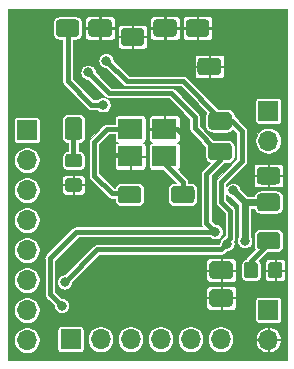
<source format=gbr>
G04 #@! TF.GenerationSoftware,KiCad,Pcbnew,(5.1.5)-3*
G04 #@! TF.CreationDate,2020-06-03T17:45:19-05:00*
G04 #@! TF.ProjectId,MSP430G2553_I2C,4d535034-3330-4473-9235-35335f493243,rev?*
G04 #@! TF.SameCoordinates,PX5f5e100PY5f5e100*
G04 #@! TF.FileFunction,Copper,L2,Bot*
G04 #@! TF.FilePolarity,Positive*
%FSLAX46Y46*%
G04 Gerber Fmt 4.6, Leading zero omitted, Abs format (unit mm)*
G04 Created by KiCad (PCBNEW (5.1.5)-3) date 2020-06-03 17:45:19*
%MOMM*%
%LPD*%
G04 APERTURE LIST*
%ADD10C,0.100000*%
%ADD11R,1.700000X1.700000*%
%ADD12O,1.700000X1.700000*%
%ADD13R,2.100000X1.800000*%
%ADD14C,0.800000*%
%ADD15C,0.400000*%
%ADD16C,0.600000*%
G04 APERTURE END LIST*
G04 #@! TA.AperFunction,SMDPad,CuDef*
D10*
G36*
X17911756Y25748194D02*
G01*
X17948159Y25742794D01*
X17983857Y25733853D01*
X18018506Y25721455D01*
X18051774Y25705720D01*
X18083339Y25686801D01*
X18112897Y25664879D01*
X18140165Y25640165D01*
X18164879Y25612897D01*
X18186801Y25583339D01*
X18205720Y25551774D01*
X18221455Y25518506D01*
X18233853Y25483857D01*
X18242794Y25448159D01*
X18248194Y25411756D01*
X18250000Y25375000D01*
X18250000Y24625000D01*
X18248194Y24588244D01*
X18242794Y24551841D01*
X18233853Y24516143D01*
X18221455Y24481494D01*
X18205720Y24448226D01*
X18186801Y24416661D01*
X18164879Y24387103D01*
X18140165Y24359835D01*
X18112897Y24335121D01*
X18083339Y24313199D01*
X18051774Y24294280D01*
X18018506Y24278545D01*
X17983857Y24266147D01*
X17948159Y24257206D01*
X17911756Y24251806D01*
X17875000Y24250000D01*
X16625000Y24250000D01*
X16588244Y24251806D01*
X16551841Y24257206D01*
X16516143Y24266147D01*
X16481494Y24278545D01*
X16448226Y24294280D01*
X16416661Y24313199D01*
X16387103Y24335121D01*
X16359835Y24359835D01*
X16335121Y24387103D01*
X16313199Y24416661D01*
X16294280Y24448226D01*
X16278545Y24481494D01*
X16266147Y24516143D01*
X16257206Y24551841D01*
X16251806Y24588244D01*
X16250000Y24625000D01*
X16250000Y25375000D01*
X16251806Y25411756D01*
X16257206Y25448159D01*
X16266147Y25483857D01*
X16278545Y25518506D01*
X16294280Y25551774D01*
X16313199Y25583339D01*
X16335121Y25612897D01*
X16359835Y25640165D01*
X16387103Y25664879D01*
X16416661Y25686801D01*
X16448226Y25705720D01*
X16481494Y25721455D01*
X16516143Y25733853D01*
X16551841Y25742794D01*
X16588244Y25748194D01*
X16625000Y25750000D01*
X17875000Y25750000D01*
X17911756Y25748194D01*
G37*
G04 #@! TD.AperFunction*
G04 #@! TA.AperFunction,SMDPad,CuDef*
G36*
X11411756Y28248194D02*
G01*
X11448159Y28242794D01*
X11483857Y28233853D01*
X11518506Y28221455D01*
X11551774Y28205720D01*
X11583339Y28186801D01*
X11612897Y28164879D01*
X11640165Y28140165D01*
X11664879Y28112897D01*
X11686801Y28083339D01*
X11705720Y28051774D01*
X11721455Y28018506D01*
X11733853Y27983857D01*
X11742794Y27948159D01*
X11748194Y27911756D01*
X11750000Y27875000D01*
X11750000Y27125000D01*
X11748194Y27088244D01*
X11742794Y27051841D01*
X11733853Y27016143D01*
X11721455Y26981494D01*
X11705720Y26948226D01*
X11686801Y26916661D01*
X11664879Y26887103D01*
X11640165Y26859835D01*
X11612897Y26835121D01*
X11583339Y26813199D01*
X11551774Y26794280D01*
X11518506Y26778545D01*
X11483857Y26766147D01*
X11448159Y26757206D01*
X11411756Y26751806D01*
X11375000Y26750000D01*
X10125000Y26750000D01*
X10088244Y26751806D01*
X10051841Y26757206D01*
X10016143Y26766147D01*
X9981494Y26778545D01*
X9948226Y26794280D01*
X9916661Y26813199D01*
X9887103Y26835121D01*
X9859835Y26859835D01*
X9835121Y26887103D01*
X9813199Y26916661D01*
X9794280Y26948226D01*
X9778545Y26981494D01*
X9766147Y27016143D01*
X9757206Y27051841D01*
X9751806Y27088244D01*
X9750000Y27125000D01*
X9750000Y27875000D01*
X9751806Y27911756D01*
X9757206Y27948159D01*
X9766147Y27983857D01*
X9778545Y28018506D01*
X9794280Y28051774D01*
X9813199Y28083339D01*
X9835121Y28112897D01*
X9859835Y28140165D01*
X9887103Y28164879D01*
X9916661Y28186801D01*
X9948226Y28205720D01*
X9981494Y28221455D01*
X10016143Y28233853D01*
X10051841Y28242794D01*
X10088244Y28248194D01*
X10125000Y28250000D01*
X11375000Y28250000D01*
X11411756Y28248194D01*
G37*
G04 #@! TD.AperFunction*
G04 #@! TA.AperFunction,SMDPad,CuDef*
G36*
X8661756Y28998194D02*
G01*
X8698159Y28992794D01*
X8733857Y28983853D01*
X8768506Y28971455D01*
X8801774Y28955720D01*
X8833339Y28936801D01*
X8862897Y28914879D01*
X8890165Y28890165D01*
X8914879Y28862897D01*
X8936801Y28833339D01*
X8955720Y28801774D01*
X8971455Y28768506D01*
X8983853Y28733857D01*
X8992794Y28698159D01*
X8998194Y28661756D01*
X9000000Y28625000D01*
X9000000Y27875000D01*
X8998194Y27838244D01*
X8992794Y27801841D01*
X8983853Y27766143D01*
X8971455Y27731494D01*
X8955720Y27698226D01*
X8936801Y27666661D01*
X8914879Y27637103D01*
X8890165Y27609835D01*
X8862897Y27585121D01*
X8833339Y27563199D01*
X8801774Y27544280D01*
X8768506Y27528545D01*
X8733857Y27516147D01*
X8698159Y27507206D01*
X8661756Y27501806D01*
X8625000Y27500000D01*
X7375000Y27500000D01*
X7338244Y27501806D01*
X7301841Y27507206D01*
X7266143Y27516147D01*
X7231494Y27528545D01*
X7198226Y27544280D01*
X7166661Y27563199D01*
X7137103Y27585121D01*
X7109835Y27609835D01*
X7085121Y27637103D01*
X7063199Y27666661D01*
X7044280Y27698226D01*
X7028545Y27731494D01*
X7016147Y27766143D01*
X7007206Y27801841D01*
X7001806Y27838244D01*
X7000000Y27875000D01*
X7000000Y28625000D01*
X7001806Y28661756D01*
X7007206Y28698159D01*
X7016147Y28733857D01*
X7028545Y28768506D01*
X7044280Y28801774D01*
X7063199Y28833339D01*
X7085121Y28862897D01*
X7109835Y28890165D01*
X7137103Y28914879D01*
X7166661Y28936801D01*
X7198226Y28955720D01*
X7231494Y28971455D01*
X7266143Y28983853D01*
X7301841Y28992794D01*
X7338244Y28998194D01*
X7375000Y29000000D01*
X8625000Y29000000D01*
X8661756Y28998194D01*
G37*
G04 #@! TD.AperFunction*
G04 #@! TA.AperFunction,SMDPad,CuDef*
G36*
X16911756Y28998194D02*
G01*
X16948159Y28992794D01*
X16983857Y28983853D01*
X17018506Y28971455D01*
X17051774Y28955720D01*
X17083339Y28936801D01*
X17112897Y28914879D01*
X17140165Y28890165D01*
X17164879Y28862897D01*
X17186801Y28833339D01*
X17205720Y28801774D01*
X17221455Y28768506D01*
X17233853Y28733857D01*
X17242794Y28698159D01*
X17248194Y28661756D01*
X17250000Y28625000D01*
X17250000Y27875000D01*
X17248194Y27838244D01*
X17242794Y27801841D01*
X17233853Y27766143D01*
X17221455Y27731494D01*
X17205720Y27698226D01*
X17186801Y27666661D01*
X17164879Y27637103D01*
X17140165Y27609835D01*
X17112897Y27585121D01*
X17083339Y27563199D01*
X17051774Y27544280D01*
X17018506Y27528545D01*
X16983857Y27516147D01*
X16948159Y27507206D01*
X16911756Y27501806D01*
X16875000Y27500000D01*
X15625000Y27500000D01*
X15588244Y27501806D01*
X15551841Y27507206D01*
X15516143Y27516147D01*
X15481494Y27528545D01*
X15448226Y27544280D01*
X15416661Y27563199D01*
X15387103Y27585121D01*
X15359835Y27609835D01*
X15335121Y27637103D01*
X15313199Y27666661D01*
X15294280Y27698226D01*
X15278545Y27731494D01*
X15266147Y27766143D01*
X15257206Y27801841D01*
X15251806Y27838244D01*
X15250000Y27875000D01*
X15250000Y28625000D01*
X15251806Y28661756D01*
X15257206Y28698159D01*
X15266147Y28733857D01*
X15278545Y28768506D01*
X15294280Y28801774D01*
X15313199Y28833339D01*
X15335121Y28862897D01*
X15359835Y28890165D01*
X15387103Y28914879D01*
X15416661Y28936801D01*
X15448226Y28955720D01*
X15481494Y28971455D01*
X15516143Y28983853D01*
X15551841Y28992794D01*
X15588244Y28998194D01*
X15625000Y29000000D01*
X16875000Y29000000D01*
X16911756Y28998194D01*
G37*
G04 #@! TD.AperFunction*
G04 #@! TA.AperFunction,SMDPad,CuDef*
G36*
X14161756Y28998194D02*
G01*
X14198159Y28992794D01*
X14233857Y28983853D01*
X14268506Y28971455D01*
X14301774Y28955720D01*
X14333339Y28936801D01*
X14362897Y28914879D01*
X14390165Y28890165D01*
X14414879Y28862897D01*
X14436801Y28833339D01*
X14455720Y28801774D01*
X14471455Y28768506D01*
X14483853Y28733857D01*
X14492794Y28698159D01*
X14498194Y28661756D01*
X14500000Y28625000D01*
X14500000Y27875000D01*
X14498194Y27838244D01*
X14492794Y27801841D01*
X14483853Y27766143D01*
X14471455Y27731494D01*
X14455720Y27698226D01*
X14436801Y27666661D01*
X14414879Y27637103D01*
X14390165Y27609835D01*
X14362897Y27585121D01*
X14333339Y27563199D01*
X14301774Y27544280D01*
X14268506Y27528545D01*
X14233857Y27516147D01*
X14198159Y27507206D01*
X14161756Y27501806D01*
X14125000Y27500000D01*
X12875000Y27500000D01*
X12838244Y27501806D01*
X12801841Y27507206D01*
X12766143Y27516147D01*
X12731494Y27528545D01*
X12698226Y27544280D01*
X12666661Y27563199D01*
X12637103Y27585121D01*
X12609835Y27609835D01*
X12585121Y27637103D01*
X12563199Y27666661D01*
X12544280Y27698226D01*
X12528545Y27731494D01*
X12516147Y27766143D01*
X12507206Y27801841D01*
X12501806Y27838244D01*
X12500000Y27875000D01*
X12500000Y28625000D01*
X12501806Y28661756D01*
X12507206Y28698159D01*
X12516147Y28733857D01*
X12528545Y28768506D01*
X12544280Y28801774D01*
X12563199Y28833339D01*
X12585121Y28862897D01*
X12609835Y28890165D01*
X12637103Y28914879D01*
X12666661Y28936801D01*
X12698226Y28955720D01*
X12731494Y28971455D01*
X12766143Y28983853D01*
X12801841Y28992794D01*
X12838244Y28998194D01*
X12875000Y29000000D01*
X14125000Y29000000D01*
X14161756Y28998194D01*
G37*
G04 #@! TD.AperFunction*
D11*
X22250000Y21250000D03*
D12*
X22250000Y18710000D03*
G04 #@! TA.AperFunction,SMDPad,CuDef*
D10*
G36*
X18811756Y21148194D02*
G01*
X18848159Y21142794D01*
X18883857Y21133853D01*
X18918506Y21121455D01*
X18951774Y21105720D01*
X18983339Y21086801D01*
X19012897Y21064879D01*
X19040165Y21040165D01*
X19064879Y21012897D01*
X19086801Y20983339D01*
X19105720Y20951774D01*
X19121455Y20918506D01*
X19133853Y20883857D01*
X19142794Y20848159D01*
X19148194Y20811756D01*
X19150000Y20775000D01*
X19150000Y20025000D01*
X19148194Y19988244D01*
X19142794Y19951841D01*
X19133853Y19916143D01*
X19121455Y19881494D01*
X19105720Y19848226D01*
X19086801Y19816661D01*
X19064879Y19787103D01*
X19040165Y19759835D01*
X19012897Y19735121D01*
X18983339Y19713199D01*
X18951774Y19694280D01*
X18918506Y19678545D01*
X18883857Y19666147D01*
X18848159Y19657206D01*
X18811756Y19651806D01*
X18775000Y19650000D01*
X17525000Y19650000D01*
X17488244Y19651806D01*
X17451841Y19657206D01*
X17416143Y19666147D01*
X17381494Y19678545D01*
X17348226Y19694280D01*
X17316661Y19713199D01*
X17287103Y19735121D01*
X17259835Y19759835D01*
X17235121Y19787103D01*
X17213199Y19816661D01*
X17194280Y19848226D01*
X17178545Y19881494D01*
X17166147Y19916143D01*
X17157206Y19951841D01*
X17151806Y19988244D01*
X17150000Y20025000D01*
X17150000Y20775000D01*
X17151806Y20811756D01*
X17157206Y20848159D01*
X17166147Y20883857D01*
X17178545Y20918506D01*
X17194280Y20951774D01*
X17213199Y20983339D01*
X17235121Y21012897D01*
X17259835Y21040165D01*
X17287103Y21064879D01*
X17316661Y21086801D01*
X17348226Y21105720D01*
X17381494Y21121455D01*
X17416143Y21133853D01*
X17451841Y21142794D01*
X17488244Y21148194D01*
X17525000Y21150000D01*
X18775000Y21150000D01*
X18811756Y21148194D01*
G37*
G04 #@! TD.AperFunction*
G04 #@! TA.AperFunction,SMDPad,CuDef*
G36*
X18811756Y18548194D02*
G01*
X18848159Y18542794D01*
X18883857Y18533853D01*
X18918506Y18521455D01*
X18951774Y18505720D01*
X18983339Y18486801D01*
X19012897Y18464879D01*
X19040165Y18440165D01*
X19064879Y18412897D01*
X19086801Y18383339D01*
X19105720Y18351774D01*
X19121455Y18318506D01*
X19133853Y18283857D01*
X19142794Y18248159D01*
X19148194Y18211756D01*
X19150000Y18175000D01*
X19150000Y17425000D01*
X19148194Y17388244D01*
X19142794Y17351841D01*
X19133853Y17316143D01*
X19121455Y17281494D01*
X19105720Y17248226D01*
X19086801Y17216661D01*
X19064879Y17187103D01*
X19040165Y17159835D01*
X19012897Y17135121D01*
X18983339Y17113199D01*
X18951774Y17094280D01*
X18918506Y17078545D01*
X18883857Y17066147D01*
X18848159Y17057206D01*
X18811756Y17051806D01*
X18775000Y17050000D01*
X17525000Y17050000D01*
X17488244Y17051806D01*
X17451841Y17057206D01*
X17416143Y17066147D01*
X17381494Y17078545D01*
X17348226Y17094280D01*
X17316661Y17113199D01*
X17287103Y17135121D01*
X17259835Y17159835D01*
X17235121Y17187103D01*
X17213199Y17216661D01*
X17194280Y17248226D01*
X17178545Y17281494D01*
X17166147Y17316143D01*
X17157206Y17351841D01*
X17151806Y17388244D01*
X17150000Y17425000D01*
X17150000Y18175000D01*
X17151806Y18211756D01*
X17157206Y18248159D01*
X17166147Y18283857D01*
X17178545Y18318506D01*
X17194280Y18351774D01*
X17213199Y18383339D01*
X17235121Y18412897D01*
X17259835Y18440165D01*
X17287103Y18464879D01*
X17316661Y18486801D01*
X17348226Y18505720D01*
X17381494Y18521455D01*
X17416143Y18533853D01*
X17451841Y18542794D01*
X17488244Y18548194D01*
X17525000Y18550000D01*
X18775000Y18550000D01*
X18811756Y18548194D01*
G37*
G04 #@! TD.AperFunction*
G04 #@! TA.AperFunction,SMDPad,CuDef*
G36*
X5911756Y28998194D02*
G01*
X5948159Y28992794D01*
X5983857Y28983853D01*
X6018506Y28971455D01*
X6051774Y28955720D01*
X6083339Y28936801D01*
X6112897Y28914879D01*
X6140165Y28890165D01*
X6164879Y28862897D01*
X6186801Y28833339D01*
X6205720Y28801774D01*
X6221455Y28768506D01*
X6233853Y28733857D01*
X6242794Y28698159D01*
X6248194Y28661756D01*
X6250000Y28625000D01*
X6250000Y27875000D01*
X6248194Y27838244D01*
X6242794Y27801841D01*
X6233853Y27766143D01*
X6221455Y27731494D01*
X6205720Y27698226D01*
X6186801Y27666661D01*
X6164879Y27637103D01*
X6140165Y27609835D01*
X6112897Y27585121D01*
X6083339Y27563199D01*
X6051774Y27544280D01*
X6018506Y27528545D01*
X5983857Y27516147D01*
X5948159Y27507206D01*
X5911756Y27501806D01*
X5875000Y27500000D01*
X4625000Y27500000D01*
X4588244Y27501806D01*
X4551841Y27507206D01*
X4516143Y27516147D01*
X4481494Y27528545D01*
X4448226Y27544280D01*
X4416661Y27563199D01*
X4387103Y27585121D01*
X4359835Y27609835D01*
X4335121Y27637103D01*
X4313199Y27666661D01*
X4294280Y27698226D01*
X4278545Y27731494D01*
X4266147Y27766143D01*
X4257206Y27801841D01*
X4251806Y27838244D01*
X4250000Y27875000D01*
X4250000Y28625000D01*
X4251806Y28661756D01*
X4257206Y28698159D01*
X4266147Y28733857D01*
X4278545Y28768506D01*
X4294280Y28801774D01*
X4313199Y28833339D01*
X4335121Y28862897D01*
X4359835Y28890165D01*
X4387103Y28914879D01*
X4416661Y28936801D01*
X4448226Y28955720D01*
X4481494Y28971455D01*
X4516143Y28983853D01*
X4551841Y28992794D01*
X4588244Y28998194D01*
X4625000Y29000000D01*
X5875000Y29000000D01*
X5911756Y28998194D01*
G37*
G04 #@! TD.AperFunction*
G04 #@! TA.AperFunction,SMDPad,CuDef*
G36*
X11161756Y14898194D02*
G01*
X11198159Y14892794D01*
X11233857Y14883853D01*
X11268506Y14871455D01*
X11301774Y14855720D01*
X11333339Y14836801D01*
X11362897Y14814879D01*
X11390165Y14790165D01*
X11414879Y14762897D01*
X11436801Y14733339D01*
X11455720Y14701774D01*
X11471455Y14668506D01*
X11483853Y14633857D01*
X11492794Y14598159D01*
X11498194Y14561756D01*
X11500000Y14525000D01*
X11500000Y13775000D01*
X11498194Y13738244D01*
X11492794Y13701841D01*
X11483853Y13666143D01*
X11471455Y13631494D01*
X11455720Y13598226D01*
X11436801Y13566661D01*
X11414879Y13537103D01*
X11390165Y13509835D01*
X11362897Y13485121D01*
X11333339Y13463199D01*
X11301774Y13444280D01*
X11268506Y13428545D01*
X11233857Y13416147D01*
X11198159Y13407206D01*
X11161756Y13401806D01*
X11125000Y13400000D01*
X9875000Y13400000D01*
X9838244Y13401806D01*
X9801841Y13407206D01*
X9766143Y13416147D01*
X9731494Y13428545D01*
X9698226Y13444280D01*
X9666661Y13463199D01*
X9637103Y13485121D01*
X9609835Y13509835D01*
X9585121Y13537103D01*
X9563199Y13566661D01*
X9544280Y13598226D01*
X9528545Y13631494D01*
X9516147Y13666143D01*
X9507206Y13701841D01*
X9501806Y13738244D01*
X9500000Y13775000D01*
X9500000Y14525000D01*
X9501806Y14561756D01*
X9507206Y14598159D01*
X9516147Y14633857D01*
X9528545Y14668506D01*
X9544280Y14701774D01*
X9563199Y14733339D01*
X9585121Y14762897D01*
X9609835Y14790165D01*
X9637103Y14814879D01*
X9666661Y14836801D01*
X9698226Y14855720D01*
X9731494Y14871455D01*
X9766143Y14883853D01*
X9801841Y14892794D01*
X9838244Y14898194D01*
X9875000Y14900000D01*
X11125000Y14900000D01*
X11161756Y14898194D01*
G37*
G04 #@! TD.AperFunction*
G04 #@! TA.AperFunction,SMDPad,CuDef*
G36*
X18911756Y6148194D02*
G01*
X18948159Y6142794D01*
X18983857Y6133853D01*
X19018506Y6121455D01*
X19051774Y6105720D01*
X19083339Y6086801D01*
X19112897Y6064879D01*
X19140165Y6040165D01*
X19164879Y6012897D01*
X19186801Y5983339D01*
X19205720Y5951774D01*
X19221455Y5918506D01*
X19233853Y5883857D01*
X19242794Y5848159D01*
X19248194Y5811756D01*
X19250000Y5775000D01*
X19250000Y5025000D01*
X19248194Y4988244D01*
X19242794Y4951841D01*
X19233853Y4916143D01*
X19221455Y4881494D01*
X19205720Y4848226D01*
X19186801Y4816661D01*
X19164879Y4787103D01*
X19140165Y4759835D01*
X19112897Y4735121D01*
X19083339Y4713199D01*
X19051774Y4694280D01*
X19018506Y4678545D01*
X18983857Y4666147D01*
X18948159Y4657206D01*
X18911756Y4651806D01*
X18875000Y4650000D01*
X17625000Y4650000D01*
X17588244Y4651806D01*
X17551841Y4657206D01*
X17516143Y4666147D01*
X17481494Y4678545D01*
X17448226Y4694280D01*
X17416661Y4713199D01*
X17387103Y4735121D01*
X17359835Y4759835D01*
X17335121Y4787103D01*
X17313199Y4816661D01*
X17294280Y4848226D01*
X17278545Y4881494D01*
X17266147Y4916143D01*
X17257206Y4951841D01*
X17251806Y4988244D01*
X17250000Y5025000D01*
X17250000Y5775000D01*
X17251806Y5811756D01*
X17257206Y5848159D01*
X17266147Y5883857D01*
X17278545Y5918506D01*
X17294280Y5951774D01*
X17313199Y5983339D01*
X17335121Y6012897D01*
X17359835Y6040165D01*
X17387103Y6064879D01*
X17416661Y6086801D01*
X17448226Y6105720D01*
X17481494Y6121455D01*
X17516143Y6133853D01*
X17551841Y6142794D01*
X17588244Y6148194D01*
X17625000Y6150000D01*
X18875000Y6150000D01*
X18911756Y6148194D01*
G37*
G04 #@! TD.AperFunction*
G04 #@! TA.AperFunction,SMDPad,CuDef*
G36*
X18911756Y8498194D02*
G01*
X18948159Y8492794D01*
X18983857Y8483853D01*
X19018506Y8471455D01*
X19051774Y8455720D01*
X19083339Y8436801D01*
X19112897Y8414879D01*
X19140165Y8390165D01*
X19164879Y8362897D01*
X19186801Y8333339D01*
X19205720Y8301774D01*
X19221455Y8268506D01*
X19233853Y8233857D01*
X19242794Y8198159D01*
X19248194Y8161756D01*
X19250000Y8125000D01*
X19250000Y7375000D01*
X19248194Y7338244D01*
X19242794Y7301841D01*
X19233853Y7266143D01*
X19221455Y7231494D01*
X19205720Y7198226D01*
X19186801Y7166661D01*
X19164879Y7137103D01*
X19140165Y7109835D01*
X19112897Y7085121D01*
X19083339Y7063199D01*
X19051774Y7044280D01*
X19018506Y7028545D01*
X18983857Y7016147D01*
X18948159Y7007206D01*
X18911756Y7001806D01*
X18875000Y7000000D01*
X17625000Y7000000D01*
X17588244Y7001806D01*
X17551841Y7007206D01*
X17516143Y7016147D01*
X17481494Y7028545D01*
X17448226Y7044280D01*
X17416661Y7063199D01*
X17387103Y7085121D01*
X17359835Y7109835D01*
X17335121Y7137103D01*
X17313199Y7166661D01*
X17294280Y7198226D01*
X17278545Y7231494D01*
X17266147Y7266143D01*
X17257206Y7301841D01*
X17251806Y7338244D01*
X17250000Y7375000D01*
X17250000Y8125000D01*
X17251806Y8161756D01*
X17257206Y8198159D01*
X17266147Y8233857D01*
X17278545Y8268506D01*
X17294280Y8301774D01*
X17313199Y8333339D01*
X17335121Y8362897D01*
X17359835Y8390165D01*
X17387103Y8414879D01*
X17416661Y8436801D01*
X17448226Y8455720D01*
X17481494Y8471455D01*
X17516143Y8483853D01*
X17551841Y8492794D01*
X17588244Y8498194D01*
X17625000Y8500000D01*
X18875000Y8500000D01*
X18911756Y8498194D01*
G37*
G04 #@! TD.AperFunction*
G04 #@! TA.AperFunction,SMDPad,CuDef*
G36*
X22911756Y16498194D02*
G01*
X22948159Y16492794D01*
X22983857Y16483853D01*
X23018506Y16471455D01*
X23051774Y16455720D01*
X23083339Y16436801D01*
X23112897Y16414879D01*
X23140165Y16390165D01*
X23164879Y16362897D01*
X23186801Y16333339D01*
X23205720Y16301774D01*
X23221455Y16268506D01*
X23233853Y16233857D01*
X23242794Y16198159D01*
X23248194Y16161756D01*
X23250000Y16125000D01*
X23250000Y15375000D01*
X23248194Y15338244D01*
X23242794Y15301841D01*
X23233853Y15266143D01*
X23221455Y15231494D01*
X23205720Y15198226D01*
X23186801Y15166661D01*
X23164879Y15137103D01*
X23140165Y15109835D01*
X23112897Y15085121D01*
X23083339Y15063199D01*
X23051774Y15044280D01*
X23018506Y15028545D01*
X22983857Y15016147D01*
X22948159Y15007206D01*
X22911756Y15001806D01*
X22875000Y15000000D01*
X21625000Y15000000D01*
X21588244Y15001806D01*
X21551841Y15007206D01*
X21516143Y15016147D01*
X21481494Y15028545D01*
X21448226Y15044280D01*
X21416661Y15063199D01*
X21387103Y15085121D01*
X21359835Y15109835D01*
X21335121Y15137103D01*
X21313199Y15166661D01*
X21294280Y15198226D01*
X21278545Y15231494D01*
X21266147Y15266143D01*
X21257206Y15301841D01*
X21251806Y15338244D01*
X21250000Y15375000D01*
X21250000Y16125000D01*
X21251806Y16161756D01*
X21257206Y16198159D01*
X21266147Y16233857D01*
X21278545Y16268506D01*
X21294280Y16301774D01*
X21313199Y16333339D01*
X21335121Y16362897D01*
X21359835Y16390165D01*
X21387103Y16414879D01*
X21416661Y16436801D01*
X21448226Y16455720D01*
X21481494Y16471455D01*
X21516143Y16483853D01*
X21551841Y16492794D01*
X21588244Y16498194D01*
X21625000Y16500000D01*
X22875000Y16500000D01*
X22911756Y16498194D01*
G37*
G04 #@! TD.AperFunction*
G04 #@! TA.AperFunction,SMDPad,CuDef*
G36*
X15661756Y14898194D02*
G01*
X15698159Y14892794D01*
X15733857Y14883853D01*
X15768506Y14871455D01*
X15801774Y14855720D01*
X15833339Y14836801D01*
X15862897Y14814879D01*
X15890165Y14790165D01*
X15914879Y14762897D01*
X15936801Y14733339D01*
X15955720Y14701774D01*
X15971455Y14668506D01*
X15983853Y14633857D01*
X15992794Y14598159D01*
X15998194Y14561756D01*
X16000000Y14525000D01*
X16000000Y13775000D01*
X15998194Y13738244D01*
X15992794Y13701841D01*
X15983853Y13666143D01*
X15971455Y13631494D01*
X15955720Y13598226D01*
X15936801Y13566661D01*
X15914879Y13537103D01*
X15890165Y13509835D01*
X15862897Y13485121D01*
X15833339Y13463199D01*
X15801774Y13444280D01*
X15768506Y13428545D01*
X15733857Y13416147D01*
X15698159Y13407206D01*
X15661756Y13401806D01*
X15625000Y13400000D01*
X14375000Y13400000D01*
X14338244Y13401806D01*
X14301841Y13407206D01*
X14266143Y13416147D01*
X14231494Y13428545D01*
X14198226Y13444280D01*
X14166661Y13463199D01*
X14137103Y13485121D01*
X14109835Y13509835D01*
X14085121Y13537103D01*
X14063199Y13566661D01*
X14044280Y13598226D01*
X14028545Y13631494D01*
X14016147Y13666143D01*
X14007206Y13701841D01*
X14001806Y13738244D01*
X14000000Y13775000D01*
X14000000Y14525000D01*
X14001806Y14561756D01*
X14007206Y14598159D01*
X14016147Y14633857D01*
X14028545Y14668506D01*
X14044280Y14701774D01*
X14063199Y14733339D01*
X14085121Y14762897D01*
X14109835Y14790165D01*
X14137103Y14814879D01*
X14166661Y14836801D01*
X14198226Y14855720D01*
X14231494Y14871455D01*
X14266143Y14883853D01*
X14301841Y14892794D01*
X14338244Y14898194D01*
X14375000Y14900000D01*
X15625000Y14900000D01*
X15661756Y14898194D01*
G37*
G04 #@! TD.AperFunction*
G04 #@! TA.AperFunction,SMDPad,CuDef*
G36*
X6224505Y17598796D02*
G01*
X6248773Y17595196D01*
X6272572Y17589235D01*
X6295671Y17580970D01*
X6317850Y17570480D01*
X6338893Y17557868D01*
X6358599Y17543253D01*
X6376777Y17526777D01*
X6393253Y17508599D01*
X6407868Y17488893D01*
X6420480Y17467850D01*
X6430970Y17445671D01*
X6439235Y17422572D01*
X6445196Y17398773D01*
X6448796Y17374505D01*
X6450000Y17350001D01*
X6450000Y16699999D01*
X6448796Y16675495D01*
X6445196Y16651227D01*
X6439235Y16627428D01*
X6430970Y16604329D01*
X6420480Y16582150D01*
X6407868Y16561107D01*
X6393253Y16541401D01*
X6376777Y16523223D01*
X6358599Y16506747D01*
X6338893Y16492132D01*
X6317850Y16479520D01*
X6295671Y16469030D01*
X6272572Y16460765D01*
X6248773Y16454804D01*
X6224505Y16451204D01*
X6200001Y16450000D01*
X5299999Y16450000D01*
X5275495Y16451204D01*
X5251227Y16454804D01*
X5227428Y16460765D01*
X5204329Y16469030D01*
X5182150Y16479520D01*
X5161107Y16492132D01*
X5141401Y16506747D01*
X5123223Y16523223D01*
X5106747Y16541401D01*
X5092132Y16561107D01*
X5079520Y16582150D01*
X5069030Y16604329D01*
X5060765Y16627428D01*
X5054804Y16651227D01*
X5051204Y16675495D01*
X5050000Y16699999D01*
X5050000Y17350001D01*
X5051204Y17374505D01*
X5054804Y17398773D01*
X5060765Y17422572D01*
X5069030Y17445671D01*
X5079520Y17467850D01*
X5092132Y17488893D01*
X5106747Y17508599D01*
X5123223Y17526777D01*
X5141401Y17543253D01*
X5161107Y17557868D01*
X5182150Y17570480D01*
X5204329Y17580970D01*
X5227428Y17589235D01*
X5251227Y17595196D01*
X5275495Y17598796D01*
X5299999Y17600000D01*
X6200001Y17600000D01*
X6224505Y17598796D01*
G37*
G04 #@! TD.AperFunction*
G04 #@! TA.AperFunction,SMDPad,CuDef*
G36*
X6224505Y15548796D02*
G01*
X6248773Y15545196D01*
X6272572Y15539235D01*
X6295671Y15530970D01*
X6317850Y15520480D01*
X6338893Y15507868D01*
X6358599Y15493253D01*
X6376777Y15476777D01*
X6393253Y15458599D01*
X6407868Y15438893D01*
X6420480Y15417850D01*
X6430970Y15395671D01*
X6439235Y15372572D01*
X6445196Y15348773D01*
X6448796Y15324505D01*
X6450000Y15300001D01*
X6450000Y14649999D01*
X6448796Y14625495D01*
X6445196Y14601227D01*
X6439235Y14577428D01*
X6430970Y14554329D01*
X6420480Y14532150D01*
X6407868Y14511107D01*
X6393253Y14491401D01*
X6376777Y14473223D01*
X6358599Y14456747D01*
X6338893Y14442132D01*
X6317850Y14429520D01*
X6295671Y14419030D01*
X6272572Y14410765D01*
X6248773Y14404804D01*
X6224505Y14401204D01*
X6200001Y14400000D01*
X5299999Y14400000D01*
X5275495Y14401204D01*
X5251227Y14404804D01*
X5227428Y14410765D01*
X5204329Y14419030D01*
X5182150Y14429520D01*
X5161107Y14442132D01*
X5141401Y14456747D01*
X5123223Y14473223D01*
X5106747Y14491401D01*
X5092132Y14511107D01*
X5079520Y14532150D01*
X5069030Y14554329D01*
X5060765Y14577428D01*
X5054804Y14601227D01*
X5051204Y14625495D01*
X5050000Y14649999D01*
X5050000Y15300001D01*
X5051204Y15324505D01*
X5054804Y15348773D01*
X5060765Y15372572D01*
X5069030Y15395671D01*
X5079520Y15417850D01*
X5092132Y15438893D01*
X5106747Y15458599D01*
X5123223Y15476777D01*
X5141401Y15493253D01*
X5161107Y15507868D01*
X5182150Y15520480D01*
X5204329Y15530970D01*
X5227428Y15539235D01*
X5251227Y15545196D01*
X5275495Y15548796D01*
X5299999Y15550000D01*
X6200001Y15550000D01*
X6224505Y15548796D01*
G37*
G04 #@! TD.AperFunction*
G04 #@! TA.AperFunction,SMDPad,CuDef*
G36*
X23174505Y8448796D02*
G01*
X23198773Y8445196D01*
X23222572Y8439235D01*
X23245671Y8430970D01*
X23267850Y8420480D01*
X23288893Y8407868D01*
X23308599Y8393253D01*
X23326777Y8376777D01*
X23343253Y8358599D01*
X23357868Y8338893D01*
X23370480Y8317850D01*
X23380970Y8295671D01*
X23389235Y8272572D01*
X23395196Y8248773D01*
X23398796Y8224505D01*
X23400000Y8200001D01*
X23400000Y7299999D01*
X23398796Y7275495D01*
X23395196Y7251227D01*
X23389235Y7227428D01*
X23380970Y7204329D01*
X23370480Y7182150D01*
X23357868Y7161107D01*
X23343253Y7141401D01*
X23326777Y7123223D01*
X23308599Y7106747D01*
X23288893Y7092132D01*
X23267850Y7079520D01*
X23245671Y7069030D01*
X23222572Y7060765D01*
X23198773Y7054804D01*
X23174505Y7051204D01*
X23150001Y7050000D01*
X22499999Y7050000D01*
X22475495Y7051204D01*
X22451227Y7054804D01*
X22427428Y7060765D01*
X22404329Y7069030D01*
X22382150Y7079520D01*
X22361107Y7092132D01*
X22341401Y7106747D01*
X22323223Y7123223D01*
X22306747Y7141401D01*
X22292132Y7161107D01*
X22279520Y7182150D01*
X22269030Y7204329D01*
X22260765Y7227428D01*
X22254804Y7251227D01*
X22251204Y7275495D01*
X22250000Y7299999D01*
X22250000Y8200001D01*
X22251204Y8224505D01*
X22254804Y8248773D01*
X22260765Y8272572D01*
X22269030Y8295671D01*
X22279520Y8317850D01*
X22292132Y8338893D01*
X22306747Y8358599D01*
X22323223Y8376777D01*
X22341401Y8393253D01*
X22361107Y8407868D01*
X22382150Y8420480D01*
X22404329Y8430970D01*
X22427428Y8439235D01*
X22451227Y8445196D01*
X22475495Y8448796D01*
X22499999Y8450000D01*
X23150001Y8450000D01*
X23174505Y8448796D01*
G37*
G04 #@! TD.AperFunction*
G04 #@! TA.AperFunction,SMDPad,CuDef*
G36*
X21124505Y8448796D02*
G01*
X21148773Y8445196D01*
X21172572Y8439235D01*
X21195671Y8430970D01*
X21217850Y8420480D01*
X21238893Y8407868D01*
X21258599Y8393253D01*
X21276777Y8376777D01*
X21293253Y8358599D01*
X21307868Y8338893D01*
X21320480Y8317850D01*
X21330970Y8295671D01*
X21339235Y8272572D01*
X21345196Y8248773D01*
X21348796Y8224505D01*
X21350000Y8200001D01*
X21350000Y7299999D01*
X21348796Y7275495D01*
X21345196Y7251227D01*
X21339235Y7227428D01*
X21330970Y7204329D01*
X21320480Y7182150D01*
X21307868Y7161107D01*
X21293253Y7141401D01*
X21276777Y7123223D01*
X21258599Y7106747D01*
X21238893Y7092132D01*
X21217850Y7079520D01*
X21195671Y7069030D01*
X21172572Y7060765D01*
X21148773Y7054804D01*
X21124505Y7051204D01*
X21100001Y7050000D01*
X20449999Y7050000D01*
X20425495Y7051204D01*
X20401227Y7054804D01*
X20377428Y7060765D01*
X20354329Y7069030D01*
X20332150Y7079520D01*
X20311107Y7092132D01*
X20291401Y7106747D01*
X20273223Y7123223D01*
X20256747Y7141401D01*
X20242132Y7161107D01*
X20229520Y7182150D01*
X20219030Y7204329D01*
X20210765Y7227428D01*
X20204804Y7251227D01*
X20201204Y7275495D01*
X20200000Y7299999D01*
X20200000Y8200001D01*
X20201204Y8224505D01*
X20204804Y8248773D01*
X20210765Y8272572D01*
X20219030Y8295671D01*
X20229520Y8317850D01*
X20242132Y8338893D01*
X20256747Y8358599D01*
X20273223Y8376777D01*
X20291401Y8393253D01*
X20311107Y8407868D01*
X20332150Y8420480D01*
X20354329Y8430970D01*
X20377428Y8439235D01*
X20401227Y8445196D01*
X20425495Y8448796D01*
X20449999Y8450000D01*
X21100001Y8450000D01*
X21124505Y8448796D01*
G37*
G04 #@! TD.AperFunction*
D11*
X22250000Y4400000D03*
D12*
X22250000Y1860000D03*
D11*
X5500000Y1900000D03*
D12*
X8040000Y1900000D03*
X10580000Y1900000D03*
X13120000Y1900000D03*
X15660000Y1900000D03*
X18200000Y1900000D03*
D11*
X1800000Y19600000D03*
D12*
X1800000Y17060000D03*
X1800000Y14520000D03*
X1800000Y11980000D03*
X1800000Y9440000D03*
X1800000Y6900000D03*
X1800000Y4360000D03*
X1800000Y1820000D03*
G04 #@! TA.AperFunction,SMDPad,CuDef*
D10*
G36*
X22911756Y14248194D02*
G01*
X22948159Y14242794D01*
X22983857Y14233853D01*
X23018506Y14221455D01*
X23051774Y14205720D01*
X23083339Y14186801D01*
X23112897Y14164879D01*
X23140165Y14140165D01*
X23164879Y14112897D01*
X23186801Y14083339D01*
X23205720Y14051774D01*
X23221455Y14018506D01*
X23233853Y13983857D01*
X23242794Y13948159D01*
X23248194Y13911756D01*
X23250000Y13875000D01*
X23250000Y13125000D01*
X23248194Y13088244D01*
X23242794Y13051841D01*
X23233853Y13016143D01*
X23221455Y12981494D01*
X23205720Y12948226D01*
X23186801Y12916661D01*
X23164879Y12887103D01*
X23140165Y12859835D01*
X23112897Y12835121D01*
X23083339Y12813199D01*
X23051774Y12794280D01*
X23018506Y12778545D01*
X22983857Y12766147D01*
X22948159Y12757206D01*
X22911756Y12751806D01*
X22875000Y12750000D01*
X21625000Y12750000D01*
X21588244Y12751806D01*
X21551841Y12757206D01*
X21516143Y12766147D01*
X21481494Y12778545D01*
X21448226Y12794280D01*
X21416661Y12813199D01*
X21387103Y12835121D01*
X21359835Y12859835D01*
X21335121Y12887103D01*
X21313199Y12916661D01*
X21294280Y12948226D01*
X21278545Y12981494D01*
X21266147Y13016143D01*
X21257206Y13051841D01*
X21251806Y13088244D01*
X21250000Y13125000D01*
X21250000Y13875000D01*
X21251806Y13911756D01*
X21257206Y13948159D01*
X21266147Y13983857D01*
X21278545Y14018506D01*
X21294280Y14051774D01*
X21313199Y14083339D01*
X21335121Y14112897D01*
X21359835Y14140165D01*
X21387103Y14164879D01*
X21416661Y14186801D01*
X21448226Y14205720D01*
X21481494Y14221455D01*
X21516143Y14233853D01*
X21551841Y14242794D01*
X21588244Y14248194D01*
X21625000Y14250000D01*
X22875000Y14250000D01*
X22911756Y14248194D01*
G37*
G04 #@! TD.AperFunction*
G04 #@! TA.AperFunction,SMDPad,CuDef*
G36*
X6161756Y20748194D02*
G01*
X6198159Y20742794D01*
X6233857Y20733853D01*
X6268506Y20721455D01*
X6301774Y20705720D01*
X6333339Y20686801D01*
X6362897Y20664879D01*
X6390165Y20640165D01*
X6414879Y20612897D01*
X6436801Y20583339D01*
X6455720Y20551774D01*
X6471455Y20518506D01*
X6483853Y20483857D01*
X6492794Y20448159D01*
X6498194Y20411756D01*
X6500000Y20375000D01*
X6500000Y19125000D01*
X6498194Y19088244D01*
X6492794Y19051841D01*
X6483853Y19016143D01*
X6471455Y18981494D01*
X6455720Y18948226D01*
X6436801Y18916661D01*
X6414879Y18887103D01*
X6390165Y18859835D01*
X6362897Y18835121D01*
X6333339Y18813199D01*
X6301774Y18794280D01*
X6268506Y18778545D01*
X6233857Y18766147D01*
X6198159Y18757206D01*
X6161756Y18751806D01*
X6125000Y18750000D01*
X5375000Y18750000D01*
X5338244Y18751806D01*
X5301841Y18757206D01*
X5266143Y18766147D01*
X5231494Y18778545D01*
X5198226Y18794280D01*
X5166661Y18813199D01*
X5137103Y18835121D01*
X5109835Y18859835D01*
X5085121Y18887103D01*
X5063199Y18916661D01*
X5044280Y18948226D01*
X5028545Y18981494D01*
X5016147Y19016143D01*
X5007206Y19051841D01*
X5001806Y19088244D01*
X5000000Y19125000D01*
X5000000Y20375000D01*
X5001806Y20411756D01*
X5007206Y20448159D01*
X5016147Y20483857D01*
X5028545Y20518506D01*
X5044280Y20551774D01*
X5063199Y20583339D01*
X5085121Y20612897D01*
X5109835Y20640165D01*
X5137103Y20664879D01*
X5166661Y20686801D01*
X5198226Y20705720D01*
X5231494Y20721455D01*
X5266143Y20733853D01*
X5301841Y20742794D01*
X5338244Y20748194D01*
X5375000Y20750000D01*
X6125000Y20750000D01*
X6161756Y20748194D01*
G37*
G04 #@! TD.AperFunction*
G04 #@! TA.AperFunction,SMDPad,CuDef*
G36*
X22911756Y10998194D02*
G01*
X22948159Y10992794D01*
X22983857Y10983853D01*
X23018506Y10971455D01*
X23051774Y10955720D01*
X23083339Y10936801D01*
X23112897Y10914879D01*
X23140165Y10890165D01*
X23164879Y10862897D01*
X23186801Y10833339D01*
X23205720Y10801774D01*
X23221455Y10768506D01*
X23233853Y10733857D01*
X23242794Y10698159D01*
X23248194Y10661756D01*
X23250000Y10625000D01*
X23250000Y9875000D01*
X23248194Y9838244D01*
X23242794Y9801841D01*
X23233853Y9766143D01*
X23221455Y9731494D01*
X23205720Y9698226D01*
X23186801Y9666661D01*
X23164879Y9637103D01*
X23140165Y9609835D01*
X23112897Y9585121D01*
X23083339Y9563199D01*
X23051774Y9544280D01*
X23018506Y9528545D01*
X22983857Y9516147D01*
X22948159Y9507206D01*
X22911756Y9501806D01*
X22875000Y9500000D01*
X21625000Y9500000D01*
X21588244Y9501806D01*
X21551841Y9507206D01*
X21516143Y9516147D01*
X21481494Y9528545D01*
X21448226Y9544280D01*
X21416661Y9563199D01*
X21387103Y9585121D01*
X21359835Y9609835D01*
X21335121Y9637103D01*
X21313199Y9666661D01*
X21294280Y9698226D01*
X21278545Y9731494D01*
X21266147Y9766143D01*
X21257206Y9801841D01*
X21251806Y9838244D01*
X21250000Y9875000D01*
X21250000Y10625000D01*
X21251806Y10661756D01*
X21257206Y10698159D01*
X21266147Y10733857D01*
X21278545Y10768506D01*
X21294280Y10801774D01*
X21313199Y10833339D01*
X21335121Y10862897D01*
X21359835Y10890165D01*
X21387103Y10914879D01*
X21416661Y10936801D01*
X21448226Y10955720D01*
X21481494Y10971455D01*
X21516143Y10983853D01*
X21551841Y10992794D01*
X21588244Y10998194D01*
X21625000Y11000000D01*
X22875000Y11000000D01*
X22911756Y10998194D01*
G37*
G04 #@! TD.AperFunction*
D13*
X10550000Y19700000D03*
X13450000Y19700000D03*
X13450000Y17400000D03*
X10550000Y17400000D03*
D14*
X12750000Y14250000D03*
X2500000Y25750000D03*
X8500000Y17500000D03*
X11750000Y4750000D03*
X15750000Y17500000D03*
X15000000Y25250000D03*
X19250000Y14500000D03*
X20250010Y10250000D03*
X8500000Y25500000D03*
X5000000Y6750000D03*
X18749992Y10000000D03*
X6994418Y24494418D03*
X4750000Y4750000D03*
X17758957Y10997015D03*
X8250000Y21750000D03*
D15*
X8575000Y19700000D02*
X10550000Y19700000D01*
X10400000Y14250000D02*
X9000000Y14250000D01*
X7500000Y15750000D02*
X7500000Y18625000D01*
X7500000Y18625000D02*
X8575000Y19700000D01*
X10500000Y14150000D02*
X10400000Y14250000D01*
X9000000Y14250000D02*
X7500000Y15750000D01*
X10450000Y17500000D02*
X10550000Y17400000D01*
X8500000Y17500000D02*
X10450000Y17500000D01*
X15750000Y18500000D02*
X15750000Y18065685D01*
X15750000Y18065685D02*
X15750000Y17500000D01*
X13450000Y19700000D02*
X14550000Y19700000D01*
X14550000Y19700000D02*
X15750000Y18500000D01*
X13450000Y17400000D02*
X13450000Y16800000D01*
X15000000Y15250000D02*
X15000000Y14150000D01*
X13450000Y16800000D02*
X15000000Y15250000D01*
X5750000Y19750000D02*
X5750000Y17025000D01*
X20775000Y8525000D02*
X20775000Y7750000D01*
X22250000Y10250000D02*
X22250000Y10000000D01*
X22250000Y10000000D02*
X20775000Y8525000D01*
D16*
X22250000Y13500000D02*
X20250000Y13500000D01*
X19250000Y14500000D02*
X20250000Y13500000D01*
X20250000Y13500000D02*
X20250010Y13499990D01*
X20250010Y13499990D02*
X20250010Y10815685D01*
X20250010Y10815685D02*
X20250010Y10250000D01*
D15*
X15000000Y23750000D02*
X10250000Y23750000D01*
X18000000Y20750000D02*
X15000000Y23750000D01*
X18150000Y20400000D02*
X18000000Y20550000D01*
X10250000Y23750000D02*
X8500000Y25500000D01*
X18000000Y20550000D02*
X18000000Y20750000D01*
X18749992Y10249992D02*
X18749992Y10000000D01*
X19000000Y10500000D02*
X18749992Y10249992D01*
X18250000Y13500000D02*
X19000000Y12750000D01*
X19150000Y20400000D02*
X20000000Y19550000D01*
X20000000Y19550000D02*
X20000000Y17000000D01*
X19000000Y12750000D02*
X19000000Y10500000D01*
X20000000Y17000000D02*
X18250000Y15250000D01*
X18150000Y20400000D02*
X19150000Y20400000D01*
X18250000Y15250000D02*
X18250000Y13500000D01*
X18249992Y9500000D02*
X18349993Y9600001D01*
X18349993Y9600001D02*
X18749992Y10000000D01*
X5000000Y6750000D02*
X7750000Y9500000D01*
X7750000Y9500000D02*
X18249992Y9500000D01*
X3750000Y8750000D02*
X5997015Y10997015D01*
X5997015Y10997015D02*
X17193272Y10997015D01*
X17193272Y10997015D02*
X17758957Y10997015D01*
X4750000Y4750000D02*
X3750000Y5750000D01*
X3750000Y5750000D02*
X3750000Y8750000D01*
X18100000Y17750000D02*
X18000000Y17750000D01*
X14000000Y22750000D02*
X8750000Y22750000D01*
X16000000Y20750000D02*
X14000000Y22750000D01*
X8750000Y22750000D02*
X7005582Y24494418D01*
X18150000Y17800000D02*
X18100000Y17750000D01*
X7005582Y24494418D02*
X6994418Y24494418D01*
X18000000Y17750000D02*
X16000000Y19750000D01*
X16000000Y19750000D02*
X16000000Y20750000D01*
X17000000Y11755972D02*
X17758957Y10997015D01*
X17000000Y15900000D02*
X17000000Y11755972D01*
X18150000Y17800000D02*
X18150000Y17050000D01*
X18150000Y17050000D02*
X17000000Y15900000D01*
X7250000Y21750000D02*
X8250000Y21750000D01*
X5250000Y28250000D02*
X5250000Y23750000D01*
X5250000Y23750000D02*
X7250000Y21750000D01*
D10*
G36*
X23825000Y175000D02*
G01*
X175000Y175000D01*
X175000Y1928341D01*
X700000Y1928341D01*
X700000Y1711659D01*
X742273Y1499142D01*
X825193Y1298955D01*
X945575Y1118791D01*
X1098791Y965575D01*
X1278955Y845193D01*
X1479142Y762273D01*
X1691659Y720000D01*
X1908341Y720000D01*
X2120858Y762273D01*
X2321045Y845193D01*
X2501209Y965575D01*
X2654425Y1118791D01*
X2774807Y1298955D01*
X2857727Y1499142D01*
X2900000Y1711659D01*
X2900000Y1928341D01*
X2857727Y2140858D01*
X2774807Y2341045D01*
X2654425Y2521209D01*
X2501209Y2674425D01*
X2388104Y2750000D01*
X4398791Y2750000D01*
X4398791Y1050000D01*
X4403618Y1000992D01*
X4417913Y953866D01*
X4441127Y910436D01*
X4472368Y872368D01*
X4510436Y841127D01*
X4553866Y817913D01*
X4600992Y803618D01*
X4650000Y798791D01*
X6350000Y798791D01*
X6399008Y803618D01*
X6446134Y817913D01*
X6489564Y841127D01*
X6527632Y872368D01*
X6558873Y910436D01*
X6582087Y953866D01*
X6596382Y1000992D01*
X6601209Y1050000D01*
X6601209Y2008341D01*
X6940000Y2008341D01*
X6940000Y1791659D01*
X6982273Y1579142D01*
X7065193Y1378955D01*
X7185575Y1198791D01*
X7338791Y1045575D01*
X7518955Y925193D01*
X7719142Y842273D01*
X7931659Y800000D01*
X8148341Y800000D01*
X8360858Y842273D01*
X8561045Y925193D01*
X8741209Y1045575D01*
X8894425Y1198791D01*
X9014807Y1378955D01*
X9097727Y1579142D01*
X9140000Y1791659D01*
X9140000Y2008341D01*
X9480000Y2008341D01*
X9480000Y1791659D01*
X9522273Y1579142D01*
X9605193Y1378955D01*
X9725575Y1198791D01*
X9878791Y1045575D01*
X10058955Y925193D01*
X10259142Y842273D01*
X10471659Y800000D01*
X10688341Y800000D01*
X10900858Y842273D01*
X11101045Y925193D01*
X11281209Y1045575D01*
X11434425Y1198791D01*
X11554807Y1378955D01*
X11637727Y1579142D01*
X11680000Y1791659D01*
X11680000Y2008341D01*
X12020000Y2008341D01*
X12020000Y1791659D01*
X12062273Y1579142D01*
X12145193Y1378955D01*
X12265575Y1198791D01*
X12418791Y1045575D01*
X12598955Y925193D01*
X12799142Y842273D01*
X13011659Y800000D01*
X13228341Y800000D01*
X13440858Y842273D01*
X13641045Y925193D01*
X13821209Y1045575D01*
X13974425Y1198791D01*
X14094807Y1378955D01*
X14177727Y1579142D01*
X14220000Y1791659D01*
X14220000Y2008341D01*
X14560000Y2008341D01*
X14560000Y1791659D01*
X14602273Y1579142D01*
X14685193Y1378955D01*
X14805575Y1198791D01*
X14958791Y1045575D01*
X15138955Y925193D01*
X15339142Y842273D01*
X15551659Y800000D01*
X15768341Y800000D01*
X15980858Y842273D01*
X16181045Y925193D01*
X16361209Y1045575D01*
X16514425Y1198791D01*
X16634807Y1378955D01*
X16717727Y1579142D01*
X16760000Y1791659D01*
X16760000Y2008341D01*
X17100000Y2008341D01*
X17100000Y1791659D01*
X17142273Y1579142D01*
X17225193Y1378955D01*
X17345575Y1198791D01*
X17498791Y1045575D01*
X17678955Y925193D01*
X17879142Y842273D01*
X18091659Y800000D01*
X18308341Y800000D01*
X18520858Y842273D01*
X18721045Y925193D01*
X18901209Y1045575D01*
X19054425Y1198791D01*
X19174807Y1378955D01*
X19257727Y1579142D01*
X19269577Y1638716D01*
X21172488Y1638716D01*
X21231140Y1445356D01*
X21331610Y1254554D01*
X21467373Y1087018D01*
X21633212Y949188D01*
X21822754Y846360D01*
X22028715Y782485D01*
X22200000Y823634D01*
X22200000Y1810000D01*
X22300000Y1810000D01*
X22300000Y823634D01*
X22471285Y782485D01*
X22677246Y846360D01*
X22866788Y949188D01*
X23032627Y1087018D01*
X23168390Y1254554D01*
X23268860Y1445356D01*
X23327512Y1638716D01*
X23286294Y1810000D01*
X22300000Y1810000D01*
X22200000Y1810000D01*
X21213706Y1810000D01*
X21172488Y1638716D01*
X19269577Y1638716D01*
X19300000Y1791659D01*
X19300000Y2008341D01*
X19285491Y2081284D01*
X21172488Y2081284D01*
X21213706Y1910000D01*
X22200000Y1910000D01*
X22200000Y2896366D01*
X22300000Y2896366D01*
X22300000Y1910000D01*
X23286294Y1910000D01*
X23327512Y2081284D01*
X23268860Y2274644D01*
X23168390Y2465446D01*
X23032627Y2632982D01*
X22866788Y2770812D01*
X22677246Y2873640D01*
X22471285Y2937515D01*
X22300000Y2896366D01*
X22200000Y2896366D01*
X22028715Y2937515D01*
X21822754Y2873640D01*
X21633212Y2770812D01*
X21467373Y2632982D01*
X21331610Y2465446D01*
X21231140Y2274644D01*
X21172488Y2081284D01*
X19285491Y2081284D01*
X19257727Y2220858D01*
X19174807Y2421045D01*
X19054425Y2601209D01*
X18901209Y2754425D01*
X18721045Y2874807D01*
X18520858Y2957727D01*
X18308341Y3000000D01*
X18091659Y3000000D01*
X17879142Y2957727D01*
X17678955Y2874807D01*
X17498791Y2754425D01*
X17345575Y2601209D01*
X17225193Y2421045D01*
X17142273Y2220858D01*
X17100000Y2008341D01*
X16760000Y2008341D01*
X16717727Y2220858D01*
X16634807Y2421045D01*
X16514425Y2601209D01*
X16361209Y2754425D01*
X16181045Y2874807D01*
X15980858Y2957727D01*
X15768341Y3000000D01*
X15551659Y3000000D01*
X15339142Y2957727D01*
X15138955Y2874807D01*
X14958791Y2754425D01*
X14805575Y2601209D01*
X14685193Y2421045D01*
X14602273Y2220858D01*
X14560000Y2008341D01*
X14220000Y2008341D01*
X14177727Y2220858D01*
X14094807Y2421045D01*
X13974425Y2601209D01*
X13821209Y2754425D01*
X13641045Y2874807D01*
X13440858Y2957727D01*
X13228341Y3000000D01*
X13011659Y3000000D01*
X12799142Y2957727D01*
X12598955Y2874807D01*
X12418791Y2754425D01*
X12265575Y2601209D01*
X12145193Y2421045D01*
X12062273Y2220858D01*
X12020000Y2008341D01*
X11680000Y2008341D01*
X11637727Y2220858D01*
X11554807Y2421045D01*
X11434425Y2601209D01*
X11281209Y2754425D01*
X11101045Y2874807D01*
X10900858Y2957727D01*
X10688341Y3000000D01*
X10471659Y3000000D01*
X10259142Y2957727D01*
X10058955Y2874807D01*
X9878791Y2754425D01*
X9725575Y2601209D01*
X9605193Y2421045D01*
X9522273Y2220858D01*
X9480000Y2008341D01*
X9140000Y2008341D01*
X9097727Y2220858D01*
X9014807Y2421045D01*
X8894425Y2601209D01*
X8741209Y2754425D01*
X8561045Y2874807D01*
X8360858Y2957727D01*
X8148341Y3000000D01*
X7931659Y3000000D01*
X7719142Y2957727D01*
X7518955Y2874807D01*
X7338791Y2754425D01*
X7185575Y2601209D01*
X7065193Y2421045D01*
X6982273Y2220858D01*
X6940000Y2008341D01*
X6601209Y2008341D01*
X6601209Y2750000D01*
X6596382Y2799008D01*
X6582087Y2846134D01*
X6558873Y2889564D01*
X6527632Y2927632D01*
X6489564Y2958873D01*
X6446134Y2982087D01*
X6399008Y2996382D01*
X6350000Y3001209D01*
X4650000Y3001209D01*
X4600992Y2996382D01*
X4553866Y2982087D01*
X4510436Y2958873D01*
X4472368Y2927632D01*
X4441127Y2889564D01*
X4417913Y2846134D01*
X4403618Y2799008D01*
X4398791Y2750000D01*
X2388104Y2750000D01*
X2321045Y2794807D01*
X2120858Y2877727D01*
X1908341Y2920000D01*
X1691659Y2920000D01*
X1479142Y2877727D01*
X1278955Y2794807D01*
X1098791Y2674425D01*
X945575Y2521209D01*
X825193Y2341045D01*
X742273Y2140858D01*
X700000Y1928341D01*
X175000Y1928341D01*
X175000Y4468341D01*
X700000Y4468341D01*
X700000Y4251659D01*
X742273Y4039142D01*
X825193Y3838955D01*
X945575Y3658791D01*
X1098791Y3505575D01*
X1278955Y3385193D01*
X1479142Y3302273D01*
X1691659Y3260000D01*
X1908341Y3260000D01*
X2120858Y3302273D01*
X2321045Y3385193D01*
X2501209Y3505575D01*
X2654425Y3658791D01*
X2774807Y3838955D01*
X2857727Y4039142D01*
X2900000Y4251659D01*
X2900000Y4468341D01*
X2857727Y4680858D01*
X2774807Y4881045D01*
X2654425Y5061209D01*
X2501209Y5214425D01*
X2321045Y5334807D01*
X2120858Y5417727D01*
X1908341Y5460000D01*
X1691659Y5460000D01*
X1479142Y5417727D01*
X1278955Y5334807D01*
X1098791Y5214425D01*
X945575Y5061209D01*
X825193Y4881045D01*
X742273Y4680858D01*
X700000Y4468341D01*
X175000Y4468341D01*
X175000Y7008341D01*
X700000Y7008341D01*
X700000Y6791659D01*
X742273Y6579142D01*
X825193Y6378955D01*
X945575Y6198791D01*
X1098791Y6045575D01*
X1278955Y5925193D01*
X1479142Y5842273D01*
X1691659Y5800000D01*
X1908341Y5800000D01*
X2120858Y5842273D01*
X2321045Y5925193D01*
X2501209Y6045575D01*
X2654425Y6198791D01*
X2774807Y6378955D01*
X2857727Y6579142D01*
X2900000Y6791659D01*
X2900000Y7008341D01*
X2857727Y7220858D01*
X2774807Y7421045D01*
X2654425Y7601209D01*
X2501209Y7754425D01*
X2321045Y7874807D01*
X2120858Y7957727D01*
X1908341Y8000000D01*
X1691659Y8000000D01*
X1479142Y7957727D01*
X1278955Y7874807D01*
X1098791Y7754425D01*
X945575Y7601209D01*
X825193Y7421045D01*
X742273Y7220858D01*
X700000Y7008341D01*
X175000Y7008341D01*
X175000Y9548341D01*
X700000Y9548341D01*
X700000Y9331659D01*
X742273Y9119142D01*
X825193Y8918955D01*
X945575Y8738791D01*
X1098791Y8585575D01*
X1278955Y8465193D01*
X1479142Y8382273D01*
X1691659Y8340000D01*
X1908341Y8340000D01*
X2120858Y8382273D01*
X2321045Y8465193D01*
X2501209Y8585575D01*
X2654425Y8738791D01*
X2661914Y8750000D01*
X3297824Y8750000D01*
X3300001Y8727896D01*
X3300000Y5772095D01*
X3297824Y5750000D01*
X3300000Y5727906D01*
X3300000Y5727896D01*
X3306511Y5661786D01*
X3332243Y5576960D01*
X3374029Y5498784D01*
X3414065Y5450000D01*
X3430263Y5430263D01*
X3447434Y5416171D01*
X4100000Y4763604D01*
X4100000Y4685981D01*
X4124979Y4560402D01*
X4173978Y4442110D01*
X4245112Y4335649D01*
X4335649Y4245112D01*
X4442110Y4173978D01*
X4560402Y4124979D01*
X4685981Y4100000D01*
X4814019Y4100000D01*
X4939598Y4124979D01*
X5057890Y4173978D01*
X5164351Y4245112D01*
X5254888Y4335649D01*
X5326022Y4442110D01*
X5375021Y4560402D01*
X5392842Y4650000D01*
X16998790Y4650000D01*
X17003617Y4600991D01*
X17017912Y4553866D01*
X17041127Y4510435D01*
X17072368Y4472368D01*
X17110435Y4441127D01*
X17153866Y4417912D01*
X17200991Y4403617D01*
X17250000Y4398790D01*
X18137500Y4400000D01*
X18200000Y4462500D01*
X18200000Y5350000D01*
X18300000Y5350000D01*
X18300000Y4462500D01*
X18362500Y4400000D01*
X19250000Y4398790D01*
X19299009Y4403617D01*
X19346134Y4417912D01*
X19389565Y4441127D01*
X19427632Y4472368D01*
X19458873Y4510435D01*
X19482088Y4553866D01*
X19496383Y4600991D01*
X19501210Y4650000D01*
X19500072Y5250000D01*
X21148791Y5250000D01*
X21148791Y3550000D01*
X21153618Y3500992D01*
X21167913Y3453866D01*
X21191127Y3410436D01*
X21222368Y3372368D01*
X21260436Y3341127D01*
X21303866Y3317913D01*
X21350992Y3303618D01*
X21400000Y3298791D01*
X23100000Y3298791D01*
X23149008Y3303618D01*
X23196134Y3317913D01*
X23239564Y3341127D01*
X23277632Y3372368D01*
X23308873Y3410436D01*
X23332087Y3453866D01*
X23346382Y3500992D01*
X23351209Y3550000D01*
X23351209Y5250000D01*
X23346382Y5299008D01*
X23332087Y5346134D01*
X23308873Y5389564D01*
X23277632Y5427632D01*
X23239564Y5458873D01*
X23196134Y5482087D01*
X23149008Y5496382D01*
X23100000Y5501209D01*
X21400000Y5501209D01*
X21350992Y5496382D01*
X21303866Y5482087D01*
X21260436Y5458873D01*
X21222368Y5427632D01*
X21191127Y5389564D01*
X21167913Y5346134D01*
X21153618Y5299008D01*
X21148791Y5250000D01*
X19500072Y5250000D01*
X19500000Y5287500D01*
X19437500Y5350000D01*
X18300000Y5350000D01*
X18200000Y5350000D01*
X17062500Y5350000D01*
X17000000Y5287500D01*
X16998790Y4650000D01*
X5392842Y4650000D01*
X5400000Y4685981D01*
X5400000Y4814019D01*
X5375021Y4939598D01*
X5326022Y5057890D01*
X5254888Y5164351D01*
X5164351Y5254888D01*
X5057890Y5326022D01*
X4939598Y5375021D01*
X4814019Y5400000D01*
X4736396Y5400000D01*
X4200000Y5936395D01*
X4200000Y6814019D01*
X4350000Y6814019D01*
X4350000Y6685981D01*
X4374979Y6560402D01*
X4423978Y6442110D01*
X4495112Y6335649D01*
X4585649Y6245112D01*
X4692110Y6173978D01*
X4810402Y6124979D01*
X4935981Y6100000D01*
X5064019Y6100000D01*
X5189598Y6124979D01*
X5250002Y6150000D01*
X16998790Y6150000D01*
X17000000Y5512500D01*
X17062500Y5450000D01*
X18200000Y5450000D01*
X18200000Y6337500D01*
X18300000Y6337500D01*
X18300000Y5450000D01*
X19437500Y5450000D01*
X19500000Y5512500D01*
X19501210Y6150000D01*
X19496383Y6199009D01*
X19482088Y6246134D01*
X19458873Y6289565D01*
X19427632Y6327632D01*
X19389565Y6358873D01*
X19346134Y6382088D01*
X19299009Y6396383D01*
X19250000Y6401210D01*
X18362500Y6400000D01*
X18300000Y6337500D01*
X18200000Y6337500D01*
X18137500Y6400000D01*
X17250000Y6401210D01*
X17200991Y6396383D01*
X17153866Y6382088D01*
X17110435Y6358873D01*
X17072368Y6327632D01*
X17041127Y6289565D01*
X17017912Y6246134D01*
X17003617Y6199009D01*
X16998790Y6150000D01*
X5250002Y6150000D01*
X5307890Y6173978D01*
X5414351Y6245112D01*
X5504888Y6335649D01*
X5576022Y6442110D01*
X5625021Y6560402D01*
X5650000Y6685981D01*
X5650000Y6763605D01*
X5886395Y7000000D01*
X16998790Y7000000D01*
X17003617Y6950991D01*
X17017912Y6903866D01*
X17041127Y6860435D01*
X17072368Y6822368D01*
X17110435Y6791127D01*
X17153866Y6767912D01*
X17200991Y6753617D01*
X17250000Y6748790D01*
X18137500Y6750000D01*
X18200000Y6812500D01*
X18200000Y7700000D01*
X18300000Y7700000D01*
X18300000Y6812500D01*
X18362500Y6750000D01*
X19250000Y6748790D01*
X19299009Y6753617D01*
X19346134Y6767912D01*
X19389565Y6791127D01*
X19427632Y6822368D01*
X19458873Y6860435D01*
X19482088Y6903866D01*
X19496383Y6950991D01*
X19501210Y7000000D01*
X19500000Y7637500D01*
X19437500Y7700000D01*
X18300000Y7700000D01*
X18200000Y7700000D01*
X17062500Y7700000D01*
X17000000Y7637500D01*
X16998790Y7000000D01*
X5886395Y7000000D01*
X7386395Y8500000D01*
X16998790Y8500000D01*
X17000000Y7862500D01*
X17062500Y7800000D01*
X18200000Y7800000D01*
X18200000Y8687500D01*
X18300000Y8687500D01*
X18300000Y7800000D01*
X19437500Y7800000D01*
X19500000Y7862500D01*
X19500640Y8200001D01*
X19948791Y8200001D01*
X19948791Y7299999D01*
X19958422Y7202218D01*
X19986943Y7108195D01*
X20033260Y7021543D01*
X20095591Y6945591D01*
X20171543Y6883260D01*
X20258195Y6836943D01*
X20352218Y6808422D01*
X20449999Y6798791D01*
X21100001Y6798791D01*
X21197782Y6808422D01*
X21291805Y6836943D01*
X21378457Y6883260D01*
X21454409Y6945591D01*
X21516740Y7021543D01*
X21531950Y7050000D01*
X21998790Y7050000D01*
X22003617Y7000991D01*
X22017912Y6953866D01*
X22041127Y6910435D01*
X22072368Y6872368D01*
X22110435Y6841127D01*
X22153866Y6817912D01*
X22200991Y6803617D01*
X22250000Y6798790D01*
X22712500Y6800000D01*
X22775000Y6862500D01*
X22775000Y7700000D01*
X22875000Y7700000D01*
X22875000Y6862500D01*
X22937500Y6800000D01*
X23400000Y6798790D01*
X23449009Y6803617D01*
X23496134Y6817912D01*
X23539565Y6841127D01*
X23577632Y6872368D01*
X23608873Y6910435D01*
X23632088Y6953866D01*
X23646383Y7000991D01*
X23651210Y7050000D01*
X23650000Y7637500D01*
X23587500Y7700000D01*
X22875000Y7700000D01*
X22775000Y7700000D01*
X22062500Y7700000D01*
X22000000Y7637500D01*
X21998790Y7050000D01*
X21531950Y7050000D01*
X21563057Y7108195D01*
X21591578Y7202218D01*
X21601209Y7299999D01*
X21601209Y8200001D01*
X21591578Y8297782D01*
X21563057Y8391805D01*
X21531951Y8450000D01*
X21998790Y8450000D01*
X22000000Y7862500D01*
X22062500Y7800000D01*
X22775000Y7800000D01*
X22775000Y8637500D01*
X22875000Y8637500D01*
X22875000Y7800000D01*
X23587500Y7800000D01*
X23650000Y7862500D01*
X23651210Y8450000D01*
X23646383Y8499009D01*
X23632088Y8546134D01*
X23608873Y8589565D01*
X23577632Y8627632D01*
X23539565Y8658873D01*
X23496134Y8682088D01*
X23449009Y8696383D01*
X23400000Y8701210D01*
X22937500Y8700000D01*
X22875000Y8637500D01*
X22775000Y8637500D01*
X22712500Y8700000D01*
X22250000Y8701210D01*
X22200991Y8696383D01*
X22153866Y8682088D01*
X22110435Y8658873D01*
X22072368Y8627632D01*
X22041127Y8589565D01*
X22017912Y8546134D01*
X22003617Y8499009D01*
X21998790Y8450000D01*
X21531951Y8450000D01*
X21516740Y8478457D01*
X21454409Y8554409D01*
X21446937Y8560541D01*
X22135187Y9248791D01*
X22875000Y9248791D01*
X22997167Y9260823D01*
X23114640Y9296458D01*
X23222903Y9354326D01*
X23317797Y9432203D01*
X23395674Y9527097D01*
X23453542Y9635360D01*
X23489177Y9752833D01*
X23501209Y9875000D01*
X23501209Y10625000D01*
X23489177Y10747167D01*
X23453542Y10864640D01*
X23395674Y10972903D01*
X23317797Y11067797D01*
X23222903Y11145674D01*
X23114640Y11203542D01*
X22997167Y11239177D01*
X22875000Y11251209D01*
X21625000Y11251209D01*
X21502833Y11239177D01*
X21385360Y11203542D01*
X21277097Y11145674D01*
X21182203Y11067797D01*
X21104326Y10972903D01*
X21046458Y10864640D01*
X21010823Y10747167D01*
X20998791Y10625000D01*
X20998791Y9875000D01*
X21010823Y9752833D01*
X21046458Y9635360D01*
X21104326Y9527097D01*
X21120722Y9507118D01*
X20472434Y8858829D01*
X20455263Y8844737D01*
X20441172Y8827567D01*
X20399029Y8776216D01*
X20383083Y8746383D01*
X20357243Y8698040D01*
X20355377Y8691889D01*
X20352218Y8691578D01*
X20258195Y8663057D01*
X20171543Y8616740D01*
X20095591Y8554409D01*
X20033260Y8478457D01*
X19986943Y8391805D01*
X19958422Y8297782D01*
X19948791Y8200001D01*
X19500640Y8200001D01*
X19501210Y8500000D01*
X19496383Y8549009D01*
X19482088Y8596134D01*
X19458873Y8639565D01*
X19427632Y8677632D01*
X19389565Y8708873D01*
X19346134Y8732088D01*
X19299009Y8746383D01*
X19250000Y8751210D01*
X18362500Y8750000D01*
X18300000Y8687500D01*
X18200000Y8687500D01*
X18137500Y8750000D01*
X17250000Y8751210D01*
X17200991Y8746383D01*
X17153866Y8732088D01*
X17110435Y8708873D01*
X17072368Y8677632D01*
X17041127Y8639565D01*
X17017912Y8596134D01*
X17003617Y8549009D01*
X16998790Y8500000D01*
X7386395Y8500000D01*
X7936396Y9050000D01*
X18227898Y9050000D01*
X18249992Y9047824D01*
X18272086Y9050000D01*
X18272097Y9050000D01*
X18338207Y9056511D01*
X18423033Y9082243D01*
X18501208Y9124029D01*
X18569729Y9180263D01*
X18583821Y9197434D01*
X18736387Y9350000D01*
X18814011Y9350000D01*
X18939590Y9374979D01*
X19057882Y9423978D01*
X19164343Y9495112D01*
X19254880Y9585649D01*
X19326014Y9692110D01*
X19375013Y9810402D01*
X19399992Y9935981D01*
X19399992Y10064019D01*
X19375013Y10189598D01*
X19359042Y10228156D01*
X19375971Y10248784D01*
X19417757Y10326959D01*
X19443489Y10411785D01*
X19450000Y10477895D01*
X19450000Y10477906D01*
X19452176Y10500000D01*
X19450000Y10522094D01*
X19450000Y12727907D01*
X19452176Y12750001D01*
X19450000Y12772095D01*
X19450000Y12772105D01*
X19443489Y12838215D01*
X19417757Y12923041D01*
X19403347Y12950000D01*
X19375971Y13001217D01*
X19333828Y13052568D01*
X19333824Y13052572D01*
X19319737Y13069737D01*
X19302573Y13083823D01*
X18700000Y13686395D01*
X18700000Y14153165D01*
X18745112Y14085649D01*
X18835649Y13995112D01*
X18942110Y13923978D01*
X19060402Y13874979D01*
X19106342Y13865841D01*
X19700010Y13272173D01*
X19700011Y10842712D01*
X19700010Y10842702D01*
X19700010Y10596835D01*
X19673988Y10557890D01*
X19624989Y10439598D01*
X19600010Y10314019D01*
X19600010Y10185981D01*
X19624989Y10060402D01*
X19673988Y9942110D01*
X19745122Y9835649D01*
X19835659Y9745112D01*
X19942120Y9673978D01*
X20060412Y9624979D01*
X20185991Y9600000D01*
X20314029Y9600000D01*
X20439608Y9624979D01*
X20557900Y9673978D01*
X20664361Y9745112D01*
X20754898Y9835649D01*
X20826032Y9942110D01*
X20875031Y10060402D01*
X20900010Y10185981D01*
X20900010Y10314019D01*
X20875031Y10439598D01*
X20826032Y10557890D01*
X20800010Y10596835D01*
X20800010Y12950000D01*
X21026850Y12950000D01*
X21046458Y12885360D01*
X21104326Y12777097D01*
X21182203Y12682203D01*
X21277097Y12604326D01*
X21385360Y12546458D01*
X21502833Y12510823D01*
X21625000Y12498791D01*
X22875000Y12498791D01*
X22997167Y12510823D01*
X23114640Y12546458D01*
X23222903Y12604326D01*
X23317797Y12682203D01*
X23395674Y12777097D01*
X23453542Y12885360D01*
X23489177Y13002833D01*
X23501209Y13125000D01*
X23501209Y13875000D01*
X23489177Y13997167D01*
X23453542Y14114640D01*
X23395674Y14222903D01*
X23317797Y14317797D01*
X23222903Y14395674D01*
X23114640Y14453542D01*
X22997167Y14489177D01*
X22875000Y14501209D01*
X21625000Y14501209D01*
X21502833Y14489177D01*
X21385360Y14453542D01*
X21277097Y14395674D01*
X21182203Y14317797D01*
X21104326Y14222903D01*
X21046458Y14114640D01*
X21026850Y14050000D01*
X20477817Y14050000D01*
X19884159Y14643658D01*
X19875021Y14689598D01*
X19826022Y14807890D01*
X19754888Y14914351D01*
X19669239Y15000000D01*
X20998790Y15000000D01*
X21003617Y14950991D01*
X21017912Y14903866D01*
X21041127Y14860435D01*
X21072368Y14822368D01*
X21110435Y14791127D01*
X21153866Y14767912D01*
X21200991Y14753617D01*
X21250000Y14748790D01*
X22137500Y14750000D01*
X22200000Y14812500D01*
X22200000Y15700000D01*
X22300000Y15700000D01*
X22300000Y14812500D01*
X22362500Y14750000D01*
X23250000Y14748790D01*
X23299009Y14753617D01*
X23346134Y14767912D01*
X23389565Y14791127D01*
X23427632Y14822368D01*
X23458873Y14860435D01*
X23482088Y14903866D01*
X23496383Y14950991D01*
X23501210Y15000000D01*
X23500000Y15637500D01*
X23437500Y15700000D01*
X22300000Y15700000D01*
X22200000Y15700000D01*
X21062500Y15700000D01*
X21000000Y15637500D01*
X20998790Y15000000D01*
X19669239Y15000000D01*
X19664351Y15004888D01*
X19557890Y15076022D01*
X19439598Y15125021D01*
X19314019Y15150000D01*
X19185981Y15150000D01*
X19060402Y15125021D01*
X18942110Y15076022D01*
X18835649Y15004888D01*
X18745112Y14914351D01*
X18700000Y14846835D01*
X18700000Y15063605D01*
X20136395Y16500000D01*
X20998790Y16500000D01*
X21000000Y15862500D01*
X21062500Y15800000D01*
X22200000Y15800000D01*
X22200000Y16687500D01*
X22300000Y16687500D01*
X22300000Y15800000D01*
X23437500Y15800000D01*
X23500000Y15862500D01*
X23501210Y16500000D01*
X23496383Y16549009D01*
X23482088Y16596134D01*
X23458873Y16639565D01*
X23427632Y16677632D01*
X23389565Y16708873D01*
X23346134Y16732088D01*
X23299009Y16746383D01*
X23250000Y16751210D01*
X22362500Y16750000D01*
X22300000Y16687500D01*
X22200000Y16687500D01*
X22137500Y16750000D01*
X21250000Y16751210D01*
X21200991Y16746383D01*
X21153866Y16732088D01*
X21110435Y16708873D01*
X21072368Y16677632D01*
X21041127Y16639565D01*
X21017912Y16596134D01*
X21003617Y16549009D01*
X20998790Y16500000D01*
X20136395Y16500000D01*
X20302572Y16666176D01*
X20319737Y16680263D01*
X20333824Y16697428D01*
X20333828Y16697432D01*
X20375971Y16748783D01*
X20417757Y16826959D01*
X20423672Y16846458D01*
X20443489Y16911785D01*
X20450000Y16977895D01*
X20450000Y16977906D01*
X20452176Y17000000D01*
X20450000Y17022094D01*
X20450000Y18818341D01*
X21150000Y18818341D01*
X21150000Y18601659D01*
X21192273Y18389142D01*
X21275193Y18188955D01*
X21395575Y18008791D01*
X21548791Y17855575D01*
X21728955Y17735193D01*
X21929142Y17652273D01*
X22141659Y17610000D01*
X22358341Y17610000D01*
X22570858Y17652273D01*
X22771045Y17735193D01*
X22951209Y17855575D01*
X23104425Y18008791D01*
X23224807Y18188955D01*
X23307727Y18389142D01*
X23350000Y18601659D01*
X23350000Y18818341D01*
X23307727Y19030858D01*
X23224807Y19231045D01*
X23104425Y19411209D01*
X22951209Y19564425D01*
X22771045Y19684807D01*
X22570858Y19767727D01*
X22358341Y19810000D01*
X22141659Y19810000D01*
X21929142Y19767727D01*
X21728955Y19684807D01*
X21548791Y19564425D01*
X21395575Y19411209D01*
X21275193Y19231045D01*
X21192273Y19030858D01*
X21150000Y18818341D01*
X20450000Y18818341D01*
X20450000Y19527906D01*
X20452176Y19550000D01*
X20450000Y19572094D01*
X20450000Y19572105D01*
X20443489Y19638215D01*
X20417757Y19723041D01*
X20403347Y19750000D01*
X20375971Y19801217D01*
X20333828Y19852568D01*
X20333824Y19852572D01*
X20319737Y19869737D01*
X20302573Y19883823D01*
X19483829Y20702567D01*
X19469737Y20719737D01*
X19401216Y20775971D01*
X19401108Y20776029D01*
X19389177Y20897167D01*
X19353542Y21014640D01*
X19295674Y21122903D01*
X19217797Y21217797D01*
X19122903Y21295674D01*
X19014640Y21353542D01*
X18897167Y21389177D01*
X18775000Y21401209D01*
X17985187Y21401209D01*
X17286396Y22100000D01*
X21148791Y22100000D01*
X21148791Y20400000D01*
X21153618Y20350992D01*
X21167913Y20303866D01*
X21191127Y20260436D01*
X21222368Y20222368D01*
X21260436Y20191127D01*
X21303866Y20167913D01*
X21350992Y20153618D01*
X21400000Y20148791D01*
X23100000Y20148791D01*
X23149008Y20153618D01*
X23196134Y20167913D01*
X23239564Y20191127D01*
X23277632Y20222368D01*
X23308873Y20260436D01*
X23332087Y20303866D01*
X23346382Y20350992D01*
X23351209Y20400000D01*
X23351209Y22100000D01*
X23346382Y22149008D01*
X23332087Y22196134D01*
X23308873Y22239564D01*
X23277632Y22277632D01*
X23239564Y22308873D01*
X23196134Y22332087D01*
X23149008Y22346382D01*
X23100000Y22351209D01*
X21400000Y22351209D01*
X21350992Y22346382D01*
X21303866Y22332087D01*
X21260436Y22308873D01*
X21222368Y22277632D01*
X21191127Y22239564D01*
X21167913Y22196134D01*
X21153618Y22149008D01*
X21148791Y22100000D01*
X17286396Y22100000D01*
X15333827Y24052568D01*
X15319737Y24069737D01*
X15251216Y24125971D01*
X15173041Y24167757D01*
X15088215Y24193489D01*
X15022105Y24200000D01*
X15022094Y24200000D01*
X15000000Y24202176D01*
X14977906Y24200000D01*
X10436396Y24200000D01*
X10386396Y24250000D01*
X15998790Y24250000D01*
X16003617Y24200991D01*
X16017912Y24153866D01*
X16041127Y24110435D01*
X16072368Y24072368D01*
X16110435Y24041127D01*
X16153866Y24017912D01*
X16200991Y24003617D01*
X16250000Y23998790D01*
X17137500Y24000000D01*
X17200000Y24062500D01*
X17200000Y24950000D01*
X17300000Y24950000D01*
X17300000Y24062500D01*
X17362500Y24000000D01*
X18250000Y23998790D01*
X18299009Y24003617D01*
X18346134Y24017912D01*
X18389565Y24041127D01*
X18427632Y24072368D01*
X18458873Y24110435D01*
X18482088Y24153866D01*
X18496383Y24200991D01*
X18501210Y24250000D01*
X18500000Y24887500D01*
X18437500Y24950000D01*
X17300000Y24950000D01*
X17200000Y24950000D01*
X16062500Y24950000D01*
X16000000Y24887500D01*
X15998790Y24250000D01*
X10386396Y24250000D01*
X9150000Y25486395D01*
X9150000Y25564019D01*
X9125021Y25689598D01*
X9100002Y25750000D01*
X15998790Y25750000D01*
X16000000Y25112500D01*
X16062500Y25050000D01*
X17200000Y25050000D01*
X17200000Y25937500D01*
X17300000Y25937500D01*
X17300000Y25050000D01*
X18437500Y25050000D01*
X18500000Y25112500D01*
X18501210Y25750000D01*
X18496383Y25799009D01*
X18482088Y25846134D01*
X18458873Y25889565D01*
X18427632Y25927632D01*
X18389565Y25958873D01*
X18346134Y25982088D01*
X18299009Y25996383D01*
X18250000Y26001210D01*
X17362500Y26000000D01*
X17300000Y25937500D01*
X17200000Y25937500D01*
X17137500Y26000000D01*
X16250000Y26001210D01*
X16200991Y25996383D01*
X16153866Y25982088D01*
X16110435Y25958873D01*
X16072368Y25927632D01*
X16041127Y25889565D01*
X16017912Y25846134D01*
X16003617Y25799009D01*
X15998790Y25750000D01*
X9100002Y25750000D01*
X9076022Y25807890D01*
X9004888Y25914351D01*
X8914351Y26004888D01*
X8807890Y26076022D01*
X8689598Y26125021D01*
X8564019Y26150000D01*
X8435981Y26150000D01*
X8310402Y26125021D01*
X8192110Y26076022D01*
X8085649Y26004888D01*
X7995112Y25914351D01*
X7923978Y25807890D01*
X7874979Y25689598D01*
X7850000Y25564019D01*
X7850000Y25435981D01*
X7874979Y25310402D01*
X7923978Y25192110D01*
X7995112Y25085649D01*
X8085649Y24995112D01*
X8192110Y24923978D01*
X8310402Y24874979D01*
X8435981Y24850000D01*
X8513605Y24850000D01*
X9916176Y23447428D01*
X9930263Y23430263D01*
X9947428Y23416176D01*
X9947432Y23416172D01*
X9998783Y23374029D01*
X10076959Y23332243D01*
X10161785Y23306511D01*
X10227895Y23300000D01*
X10227906Y23300000D01*
X10250000Y23297824D01*
X10272094Y23300000D01*
X14813605Y23300000D01*
X16999580Y21114024D01*
X16946458Y21014640D01*
X16910823Y20897167D01*
X16898791Y20775000D01*
X16898791Y20025000D01*
X16910823Y19902833D01*
X16946458Y19785360D01*
X17004326Y19677097D01*
X17082203Y19582203D01*
X17177097Y19504326D01*
X17285360Y19446458D01*
X17402833Y19410823D01*
X17525000Y19398791D01*
X18775000Y19398791D01*
X18897167Y19410823D01*
X19014640Y19446458D01*
X19122903Y19504326D01*
X19217797Y19582203D01*
X19269005Y19644600D01*
X19550000Y19363604D01*
X19550001Y17186397D01*
X17947434Y15583829D01*
X17930263Y15569737D01*
X17916173Y15552568D01*
X17916172Y15552567D01*
X17874029Y15501216D01*
X17836104Y15430263D01*
X17832243Y15423040D01*
X17806511Y15338214D01*
X17800000Y15272104D01*
X17800000Y15272094D01*
X17797824Y15250000D01*
X17800000Y15227905D01*
X17800001Y13522104D01*
X17797824Y13500000D01*
X17806512Y13411785D01*
X17832243Y13326960D01*
X17874029Y13248784D01*
X17916172Y13197433D01*
X17916177Y13197428D01*
X17930264Y13180263D01*
X17947429Y13166176D01*
X18550000Y12563604D01*
X18550001Y10686396D01*
X18447426Y10583821D01*
X18430255Y10569729D01*
X18427306Y10566136D01*
X18335641Y10504888D01*
X18245104Y10414351D01*
X18173970Y10307890D01*
X18124971Y10189598D01*
X18099992Y10064019D01*
X18099992Y9986395D01*
X18063597Y9950000D01*
X7772091Y9950000D01*
X7749999Y9952176D01*
X7727907Y9950000D01*
X7727895Y9950000D01*
X7661785Y9943489D01*
X7576959Y9917757D01*
X7498783Y9875971D01*
X7447432Y9833828D01*
X7447428Y9833824D01*
X7430263Y9819737D01*
X7416176Y9802572D01*
X5013605Y7400000D01*
X4935981Y7400000D01*
X4810402Y7375021D01*
X4692110Y7326022D01*
X4585649Y7254888D01*
X4495112Y7164351D01*
X4423978Y7057890D01*
X4374979Y6939598D01*
X4350000Y6814019D01*
X4200000Y6814019D01*
X4200000Y8563605D01*
X6183411Y10547015D01*
X17289718Y10547015D01*
X17344606Y10492127D01*
X17451067Y10420993D01*
X17569359Y10371994D01*
X17694938Y10347015D01*
X17822976Y10347015D01*
X17948555Y10371994D01*
X18066847Y10420993D01*
X18173308Y10492127D01*
X18263845Y10582664D01*
X18334979Y10689125D01*
X18383978Y10807417D01*
X18408957Y10932996D01*
X18408957Y11061034D01*
X18383978Y11186613D01*
X18334979Y11304905D01*
X18263845Y11411366D01*
X18173308Y11501903D01*
X18066847Y11573037D01*
X17948555Y11622036D01*
X17822976Y11647015D01*
X17745353Y11647015D01*
X17450000Y11942367D01*
X17450000Y15713605D01*
X18452572Y16716176D01*
X18469737Y16730263D01*
X18483824Y16747428D01*
X18483828Y16747432D01*
X18525971Y16798783D01*
X18525975Y16798791D01*
X18775000Y16798791D01*
X18897167Y16810823D01*
X19014640Y16846458D01*
X19122903Y16904326D01*
X19217797Y16982203D01*
X19295674Y17077097D01*
X19353542Y17185360D01*
X19389177Y17302833D01*
X19401209Y17425000D01*
X19401209Y18175000D01*
X19389177Y18297167D01*
X19353542Y18414640D01*
X19295674Y18522903D01*
X19217797Y18617797D01*
X19122903Y18695674D01*
X19014640Y18753542D01*
X18897167Y18789177D01*
X18775000Y18801209D01*
X17585187Y18801209D01*
X16450000Y19936395D01*
X16450000Y20727906D01*
X16452176Y20750001D01*
X16450000Y20772095D01*
X16450000Y20772105D01*
X16443489Y20838215D01*
X16417757Y20923041D01*
X16401454Y20953542D01*
X16375971Y21001217D01*
X16333828Y21052568D01*
X16333824Y21052572D01*
X16319737Y21069737D01*
X16302572Y21083824D01*
X14333827Y23052568D01*
X14319737Y23069737D01*
X14251216Y23125971D01*
X14173041Y23167757D01*
X14088215Y23193489D01*
X14022105Y23200000D01*
X14022094Y23200000D01*
X14000000Y23202176D01*
X13977906Y23200000D01*
X8936396Y23200000D01*
X7644418Y24491977D01*
X7644418Y24558437D01*
X7619439Y24684016D01*
X7570440Y24802308D01*
X7499306Y24908769D01*
X7408769Y24999306D01*
X7302308Y25070440D01*
X7184016Y25119439D01*
X7058437Y25144418D01*
X6930399Y25144418D01*
X6804820Y25119439D01*
X6686528Y25070440D01*
X6580067Y24999306D01*
X6489530Y24908769D01*
X6418396Y24802308D01*
X6369397Y24684016D01*
X6344418Y24558437D01*
X6344418Y24430399D01*
X6369397Y24304820D01*
X6418396Y24186528D01*
X6489530Y24080067D01*
X6580067Y23989530D01*
X6686528Y23918396D01*
X6804820Y23869397D01*
X6930399Y23844418D01*
X7019187Y23844418D01*
X8416176Y22447428D01*
X8430263Y22430263D01*
X8447428Y22416176D01*
X8447432Y22416172D01*
X8498783Y22374029D01*
X8550507Y22346382D01*
X8576959Y22332243D01*
X8661785Y22306511D01*
X8727895Y22300000D01*
X8727906Y22300000D01*
X8750000Y22297824D01*
X8772094Y22300000D01*
X13813605Y22300000D01*
X15550001Y20563603D01*
X15550000Y19772095D01*
X15547824Y19750000D01*
X15550000Y19727906D01*
X15550000Y19727896D01*
X15556511Y19661786D01*
X15563662Y19638214D01*
X15582243Y19576960D01*
X15624029Y19498784D01*
X15654394Y19461785D01*
X15680263Y19430263D01*
X15697434Y19416171D01*
X16902361Y18211244D01*
X16898791Y18175000D01*
X16898791Y17425000D01*
X16910823Y17302833D01*
X16946458Y17185360D01*
X17004326Y17077097D01*
X17082203Y16982203D01*
X17177097Y16904326D01*
X17285360Y16846458D01*
X17304313Y16840709D01*
X16697434Y16233829D01*
X16680263Y16219737D01*
X16666172Y16202567D01*
X16624029Y16151216D01*
X16588739Y16085193D01*
X16582243Y16073040D01*
X16556511Y15988214D01*
X16550000Y15922104D01*
X16550000Y15922094D01*
X16547824Y15900000D01*
X16550000Y15877906D01*
X16550001Y11778076D01*
X16547824Y11755972D01*
X16556512Y11667757D01*
X16582243Y11582932D01*
X16624029Y11504756D01*
X16666172Y11453405D01*
X16666177Y11453400D01*
X16671417Y11447015D01*
X6019109Y11447015D01*
X5997014Y11449191D01*
X5974920Y11447015D01*
X5974910Y11447015D01*
X5908800Y11440504D01*
X5823974Y11414772D01*
X5745798Y11372986D01*
X5694447Y11330843D01*
X5694443Y11330839D01*
X5677278Y11316752D01*
X5663191Y11299587D01*
X3447429Y9083824D01*
X3430264Y9069737D01*
X3416177Y9052572D01*
X3416172Y9052567D01*
X3374029Y9001216D01*
X3332243Y8923040D01*
X3306512Y8838215D01*
X3297824Y8750000D01*
X2661914Y8750000D01*
X2774807Y8918955D01*
X2857727Y9119142D01*
X2900000Y9331659D01*
X2900000Y9548341D01*
X2857727Y9760858D01*
X2774807Y9961045D01*
X2654425Y10141209D01*
X2501209Y10294425D01*
X2321045Y10414807D01*
X2120858Y10497727D01*
X1908341Y10540000D01*
X1691659Y10540000D01*
X1479142Y10497727D01*
X1278955Y10414807D01*
X1098791Y10294425D01*
X945575Y10141209D01*
X825193Y9961045D01*
X742273Y9760858D01*
X700000Y9548341D01*
X175000Y9548341D01*
X175000Y12088341D01*
X700000Y12088341D01*
X700000Y11871659D01*
X742273Y11659142D01*
X825193Y11458955D01*
X945575Y11278791D01*
X1098791Y11125575D01*
X1278955Y11005193D01*
X1479142Y10922273D01*
X1691659Y10880000D01*
X1908341Y10880000D01*
X2120858Y10922273D01*
X2321045Y11005193D01*
X2501209Y11125575D01*
X2654425Y11278791D01*
X2774807Y11458955D01*
X2857727Y11659142D01*
X2900000Y11871659D01*
X2900000Y12088341D01*
X2857727Y12300858D01*
X2774807Y12501045D01*
X2654425Y12681209D01*
X2501209Y12834425D01*
X2321045Y12954807D01*
X2120858Y13037727D01*
X1908341Y13080000D01*
X1691659Y13080000D01*
X1479142Y13037727D01*
X1278955Y12954807D01*
X1098791Y12834425D01*
X945575Y12681209D01*
X825193Y12501045D01*
X742273Y12300858D01*
X700000Y12088341D01*
X175000Y12088341D01*
X175000Y14628341D01*
X700000Y14628341D01*
X700000Y14411659D01*
X742273Y14199142D01*
X825193Y13998955D01*
X945575Y13818791D01*
X1098791Y13665575D01*
X1278955Y13545193D01*
X1479142Y13462273D01*
X1691659Y13420000D01*
X1908341Y13420000D01*
X2120858Y13462273D01*
X2321045Y13545193D01*
X2501209Y13665575D01*
X2654425Y13818791D01*
X2774807Y13998955D01*
X2857727Y14199142D01*
X2897680Y14400000D01*
X4798790Y14400000D01*
X4803617Y14350991D01*
X4817912Y14303866D01*
X4841127Y14260435D01*
X4872368Y14222368D01*
X4910435Y14191127D01*
X4953866Y14167912D01*
X5000991Y14153617D01*
X5050000Y14148790D01*
X5637500Y14150000D01*
X5700000Y14212500D01*
X5700000Y14925000D01*
X5800000Y14925000D01*
X5800000Y14212500D01*
X5862500Y14150000D01*
X6450000Y14148790D01*
X6499009Y14153617D01*
X6546134Y14167912D01*
X6589565Y14191127D01*
X6627632Y14222368D01*
X6658873Y14260435D01*
X6682088Y14303866D01*
X6696383Y14350991D01*
X6701210Y14400000D01*
X6700000Y14862500D01*
X6637500Y14925000D01*
X5800000Y14925000D01*
X5700000Y14925000D01*
X4862500Y14925000D01*
X4800000Y14862500D01*
X4798790Y14400000D01*
X2897680Y14400000D01*
X2900000Y14411659D01*
X2900000Y14628341D01*
X2857727Y14840858D01*
X2774807Y15041045D01*
X2654425Y15221209D01*
X2501209Y15374425D01*
X2321045Y15494807D01*
X2187798Y15550000D01*
X4798790Y15550000D01*
X4800000Y15087500D01*
X4862500Y15025000D01*
X5700000Y15025000D01*
X5700000Y15737500D01*
X5800000Y15737500D01*
X5800000Y15025000D01*
X6637500Y15025000D01*
X6700000Y15087500D01*
X6701210Y15550000D01*
X6696383Y15599009D01*
X6682088Y15646134D01*
X6658873Y15689565D01*
X6627632Y15727632D01*
X6589565Y15758873D01*
X6546134Y15782088D01*
X6499009Y15796383D01*
X6450000Y15801210D01*
X5862500Y15800000D01*
X5800000Y15737500D01*
X5700000Y15737500D01*
X5637500Y15800000D01*
X5050000Y15801210D01*
X5000991Y15796383D01*
X4953866Y15782088D01*
X4910435Y15758873D01*
X4872368Y15727632D01*
X4841127Y15689565D01*
X4817912Y15646134D01*
X4803617Y15599009D01*
X4798790Y15550000D01*
X2187798Y15550000D01*
X2120858Y15577727D01*
X1908341Y15620000D01*
X1691659Y15620000D01*
X1479142Y15577727D01*
X1278955Y15494807D01*
X1098791Y15374425D01*
X945575Y15221209D01*
X825193Y15041045D01*
X742273Y14840858D01*
X700000Y14628341D01*
X175000Y14628341D01*
X175000Y17168341D01*
X700000Y17168341D01*
X700000Y16951659D01*
X742273Y16739142D01*
X825193Y16538955D01*
X945575Y16358791D01*
X1098791Y16205575D01*
X1278955Y16085193D01*
X1479142Y16002273D01*
X1691659Y15960000D01*
X1908341Y15960000D01*
X2120858Y16002273D01*
X2321045Y16085193D01*
X2501209Y16205575D01*
X2654425Y16358791D01*
X2774807Y16538955D01*
X2857727Y16739142D01*
X2900000Y16951659D01*
X2900000Y17168341D01*
X2857727Y17380858D01*
X2774807Y17581045D01*
X2654425Y17761209D01*
X2501209Y17914425D01*
X2321045Y18034807D01*
X2120858Y18117727D01*
X1908341Y18160000D01*
X1691659Y18160000D01*
X1479142Y18117727D01*
X1278955Y18034807D01*
X1098791Y17914425D01*
X945575Y17761209D01*
X825193Y17581045D01*
X742273Y17380858D01*
X700000Y17168341D01*
X175000Y17168341D01*
X175000Y20450000D01*
X698791Y20450000D01*
X698791Y18750000D01*
X703618Y18700992D01*
X717913Y18653866D01*
X741127Y18610436D01*
X772368Y18572368D01*
X810436Y18541127D01*
X853866Y18517913D01*
X900992Y18503618D01*
X950000Y18498791D01*
X2650000Y18498791D01*
X2699008Y18503618D01*
X2746134Y18517913D01*
X2789564Y18541127D01*
X2827632Y18572368D01*
X2858873Y18610436D01*
X2882087Y18653866D01*
X2896382Y18700992D01*
X2901209Y18750000D01*
X2901209Y20375000D01*
X4748791Y20375000D01*
X4748791Y19125000D01*
X4760823Y19002833D01*
X4796458Y18885360D01*
X4854326Y18777097D01*
X4932203Y18682203D01*
X5027097Y18604326D01*
X5135360Y18546458D01*
X5252833Y18510823D01*
X5300000Y18506178D01*
X5300001Y17851209D01*
X5299999Y17851209D01*
X5202218Y17841578D01*
X5108195Y17813057D01*
X5021543Y17766740D01*
X4945591Y17704409D01*
X4883260Y17628457D01*
X4836943Y17541805D01*
X4808422Y17447782D01*
X4798791Y17350001D01*
X4798791Y16699999D01*
X4808422Y16602218D01*
X4836943Y16508195D01*
X4883260Y16421543D01*
X4945591Y16345591D01*
X5021543Y16283260D01*
X5108195Y16236943D01*
X5202218Y16208422D01*
X5299999Y16198791D01*
X6200001Y16198791D01*
X6297782Y16208422D01*
X6391805Y16236943D01*
X6478457Y16283260D01*
X6554409Y16345591D01*
X6616740Y16421543D01*
X6663057Y16508195D01*
X6691578Y16602218D01*
X6701209Y16699999D01*
X6701209Y17350001D01*
X6691578Y17447782D01*
X6663057Y17541805D01*
X6616740Y17628457D01*
X6554409Y17704409D01*
X6478457Y17766740D01*
X6391805Y17813057D01*
X6297782Y17841578D01*
X6200001Y17851209D01*
X6200000Y17851209D01*
X6200000Y18506178D01*
X6247167Y18510823D01*
X6364640Y18546458D01*
X6472903Y18604326D01*
X6498094Y18625000D01*
X7047824Y18625000D01*
X7050001Y18602896D01*
X7050000Y15772095D01*
X7047824Y15750000D01*
X7050000Y15727906D01*
X7050000Y15727896D01*
X7056511Y15661786D01*
X7081241Y15580263D01*
X7082243Y15576960D01*
X7124029Y15498784D01*
X7158721Y15456512D01*
X7180263Y15430263D01*
X7197434Y15416171D01*
X8666176Y13947428D01*
X8680263Y13930263D01*
X8697428Y13916176D01*
X8697432Y13916172D01*
X8748783Y13874029D01*
X8793738Y13850000D01*
X8826959Y13832243D01*
X8911785Y13806511D01*
X8977895Y13800000D01*
X8977907Y13800000D01*
X8999999Y13797824D01*
X9022091Y13800000D01*
X9248791Y13800000D01*
X9248791Y13775000D01*
X9260823Y13652833D01*
X9296458Y13535360D01*
X9354326Y13427097D01*
X9432203Y13332203D01*
X9527097Y13254326D01*
X9635360Y13196458D01*
X9752833Y13160823D01*
X9875000Y13148791D01*
X11125000Y13148791D01*
X11247167Y13160823D01*
X11364640Y13196458D01*
X11472903Y13254326D01*
X11567797Y13332203D01*
X11645674Y13427097D01*
X11703542Y13535360D01*
X11739177Y13652833D01*
X11751209Y13775000D01*
X11751209Y14525000D01*
X11739177Y14647167D01*
X11703542Y14764640D01*
X11645674Y14872903D01*
X11567797Y14967797D01*
X11472903Y15045674D01*
X11364640Y15103542D01*
X11247167Y15139177D01*
X11125000Y15151209D01*
X9875000Y15151209D01*
X9752833Y15139177D01*
X9635360Y15103542D01*
X9527097Y15045674D01*
X9432203Y14967797D01*
X9354326Y14872903D01*
X9296458Y14764640D01*
X9276850Y14700000D01*
X9186396Y14700000D01*
X7950000Y15936395D01*
X7950000Y16500000D01*
X9248790Y16500000D01*
X9253617Y16450991D01*
X9267912Y16403866D01*
X9291127Y16360435D01*
X9322368Y16322368D01*
X9360435Y16291127D01*
X9403866Y16267912D01*
X9450991Y16253617D01*
X9500000Y16248790D01*
X10437500Y16250000D01*
X10500000Y16312500D01*
X10500000Y17350000D01*
X10600000Y17350000D01*
X10600000Y16312500D01*
X10662500Y16250000D01*
X11600000Y16248790D01*
X11649009Y16253617D01*
X11696134Y16267912D01*
X11739565Y16291127D01*
X11777632Y16322368D01*
X11808873Y16360435D01*
X11832088Y16403866D01*
X11846383Y16450991D01*
X11851210Y16500000D01*
X11850000Y17287500D01*
X11787500Y17350000D01*
X10600000Y17350000D01*
X10500000Y17350000D01*
X9312500Y17350000D01*
X9250000Y17287500D01*
X9248790Y16500000D01*
X7950000Y16500000D01*
X7950000Y18438605D01*
X8761396Y19250000D01*
X9248791Y19250000D01*
X9248791Y18800000D01*
X9253618Y18750992D01*
X9267913Y18703866D01*
X9291127Y18660436D01*
X9322368Y18622368D01*
X9360436Y18591127D01*
X9403866Y18567913D01*
X9450992Y18553618D01*
X9487720Y18550001D01*
X9450991Y18546383D01*
X9403866Y18532088D01*
X9360435Y18508873D01*
X9322368Y18477632D01*
X9291127Y18439565D01*
X9267912Y18396134D01*
X9253617Y18349009D01*
X9248790Y18300000D01*
X9250000Y17512500D01*
X9312500Y17450000D01*
X10500000Y17450000D01*
X10500000Y17470000D01*
X10600000Y17470000D01*
X10600000Y17450000D01*
X11787500Y17450000D01*
X11850000Y17512500D01*
X11851210Y18300000D01*
X11846383Y18349009D01*
X11832088Y18396134D01*
X11808873Y18439565D01*
X11777632Y18477632D01*
X11739565Y18508873D01*
X11696134Y18532088D01*
X11649009Y18546383D01*
X11612280Y18550001D01*
X11649008Y18553618D01*
X11696134Y18567913D01*
X11739564Y18591127D01*
X11777632Y18622368D01*
X11808873Y18660436D01*
X11832087Y18703866D01*
X11846382Y18750992D01*
X11851209Y18800000D01*
X12148790Y18800000D01*
X12153617Y18750991D01*
X12167912Y18703866D01*
X12191127Y18660435D01*
X12222368Y18622368D01*
X12260435Y18591127D01*
X12303866Y18567912D01*
X12350991Y18553617D01*
X12387720Y18549999D01*
X12350992Y18546382D01*
X12303866Y18532087D01*
X12260436Y18508873D01*
X12222368Y18477632D01*
X12191127Y18439564D01*
X12167913Y18396134D01*
X12153618Y18349008D01*
X12148791Y18300000D01*
X12148791Y16500000D01*
X12153618Y16450992D01*
X12167913Y16403866D01*
X12191127Y16360436D01*
X12222368Y16322368D01*
X12260436Y16291127D01*
X12303866Y16267913D01*
X12350992Y16253618D01*
X12400000Y16248791D01*
X13364814Y16248791D01*
X14462395Y15151209D01*
X14375000Y15151209D01*
X14252833Y15139177D01*
X14135360Y15103542D01*
X14027097Y15045674D01*
X13932203Y14967797D01*
X13854326Y14872903D01*
X13796458Y14764640D01*
X13760823Y14647167D01*
X13748791Y14525000D01*
X13748791Y13775000D01*
X13760823Y13652833D01*
X13796458Y13535360D01*
X13854326Y13427097D01*
X13932203Y13332203D01*
X14027097Y13254326D01*
X14135360Y13196458D01*
X14252833Y13160823D01*
X14375000Y13148791D01*
X15625000Y13148791D01*
X15747167Y13160823D01*
X15864640Y13196458D01*
X15972903Y13254326D01*
X16067797Y13332203D01*
X16145674Y13427097D01*
X16203542Y13535360D01*
X16239177Y13652833D01*
X16251209Y13775000D01*
X16251209Y14525000D01*
X16239177Y14647167D01*
X16203542Y14764640D01*
X16145674Y14872903D01*
X16067797Y14967797D01*
X15972903Y15045674D01*
X15864640Y15103542D01*
X15747167Y15139177D01*
X15625000Y15151209D01*
X15450000Y15151209D01*
X15450000Y15227906D01*
X15452176Y15250001D01*
X15450000Y15272095D01*
X15450000Y15272105D01*
X15443489Y15338215D01*
X15417757Y15423041D01*
X15399866Y15456512D01*
X15375971Y15501217D01*
X15333828Y15552568D01*
X15333824Y15552572D01*
X15319737Y15569737D01*
X15302573Y15583823D01*
X14610698Y16275698D01*
X14639564Y16291127D01*
X14677632Y16322368D01*
X14708873Y16360436D01*
X14732087Y16403866D01*
X14746382Y16450992D01*
X14751209Y16500000D01*
X14751209Y18300000D01*
X14746382Y18349008D01*
X14732087Y18396134D01*
X14708873Y18439564D01*
X14677632Y18477632D01*
X14639564Y18508873D01*
X14596134Y18532087D01*
X14549008Y18546382D01*
X14512280Y18549999D01*
X14549009Y18553617D01*
X14596134Y18567912D01*
X14639565Y18591127D01*
X14677632Y18622368D01*
X14708873Y18660435D01*
X14732088Y18703866D01*
X14746383Y18750991D01*
X14751210Y18800000D01*
X14750000Y19587500D01*
X14687500Y19650000D01*
X13500000Y19650000D01*
X13500000Y19630000D01*
X13400000Y19630000D01*
X13400000Y19650000D01*
X12212500Y19650000D01*
X12150000Y19587500D01*
X12148790Y18800000D01*
X11851209Y18800000D01*
X11851209Y20600000D01*
X12148790Y20600000D01*
X12150000Y19812500D01*
X12212500Y19750000D01*
X13400000Y19750000D01*
X13400000Y20787500D01*
X13500000Y20787500D01*
X13500000Y19750000D01*
X14687500Y19750000D01*
X14750000Y19812500D01*
X14751210Y20600000D01*
X14746383Y20649009D01*
X14732088Y20696134D01*
X14708873Y20739565D01*
X14677632Y20777632D01*
X14639565Y20808873D01*
X14596134Y20832088D01*
X14549009Y20846383D01*
X14500000Y20851210D01*
X13562500Y20850000D01*
X13500000Y20787500D01*
X13400000Y20787500D01*
X13337500Y20850000D01*
X12400000Y20851210D01*
X12350991Y20846383D01*
X12303866Y20832088D01*
X12260435Y20808873D01*
X12222368Y20777632D01*
X12191127Y20739565D01*
X12167912Y20696134D01*
X12153617Y20649009D01*
X12148790Y20600000D01*
X11851209Y20600000D01*
X11846382Y20649008D01*
X11832087Y20696134D01*
X11808873Y20739564D01*
X11777632Y20777632D01*
X11739564Y20808873D01*
X11696134Y20832087D01*
X11649008Y20846382D01*
X11600000Y20851209D01*
X9500000Y20851209D01*
X9450992Y20846382D01*
X9403866Y20832087D01*
X9360436Y20808873D01*
X9322368Y20777632D01*
X9291127Y20739564D01*
X9267913Y20696134D01*
X9253618Y20649008D01*
X9248791Y20600000D01*
X9248791Y20150000D01*
X8597094Y20150000D01*
X8575000Y20152176D01*
X8552906Y20150000D01*
X8552895Y20150000D01*
X8486785Y20143489D01*
X8401959Y20117757D01*
X8323783Y20075971D01*
X8272432Y20033828D01*
X8272428Y20033824D01*
X8255263Y20019737D01*
X8241176Y20002572D01*
X7197429Y18958824D01*
X7180264Y18944737D01*
X7166177Y18927572D01*
X7166172Y18927567D01*
X7124029Y18876216D01*
X7082243Y18798040D01*
X7056512Y18713215D01*
X7047824Y18625000D01*
X6498094Y18625000D01*
X6567797Y18682203D01*
X6645674Y18777097D01*
X6703542Y18885360D01*
X6739177Y19002833D01*
X6751209Y19125000D01*
X6751209Y20375000D01*
X6739177Y20497167D01*
X6703542Y20614640D01*
X6645674Y20722903D01*
X6567797Y20817797D01*
X6472903Y20895674D01*
X6364640Y20953542D01*
X6247167Y20989177D01*
X6125000Y21001209D01*
X5375000Y21001209D01*
X5252833Y20989177D01*
X5135360Y20953542D01*
X5027097Y20895674D01*
X4932203Y20817797D01*
X4854326Y20722903D01*
X4796458Y20614640D01*
X4760823Y20497167D01*
X4748791Y20375000D01*
X2901209Y20375000D01*
X2901209Y20450000D01*
X2896382Y20499008D01*
X2882087Y20546134D01*
X2858873Y20589564D01*
X2827632Y20627632D01*
X2789564Y20658873D01*
X2746134Y20682087D01*
X2699008Y20696382D01*
X2650000Y20701209D01*
X950000Y20701209D01*
X900992Y20696382D01*
X853866Y20682087D01*
X810436Y20658873D01*
X772368Y20627632D01*
X741127Y20589564D01*
X717913Y20546134D01*
X703618Y20499008D01*
X698791Y20450000D01*
X175000Y20450000D01*
X175000Y28625000D01*
X3998791Y28625000D01*
X3998791Y27875000D01*
X4010823Y27752833D01*
X4046458Y27635360D01*
X4104326Y27527097D01*
X4182203Y27432203D01*
X4277097Y27354326D01*
X4385360Y27296458D01*
X4502833Y27260823D01*
X4625000Y27248791D01*
X4800000Y27248791D01*
X4800001Y23772104D01*
X4797824Y23750000D01*
X4806512Y23661785D01*
X4832243Y23576960D01*
X4874029Y23498784D01*
X4916172Y23447433D01*
X4916177Y23447428D01*
X4930264Y23430263D01*
X4947429Y23416176D01*
X6916176Y21447428D01*
X6930263Y21430263D01*
X6947428Y21416176D01*
X6947432Y21416172D01*
X6998783Y21374029D01*
X7070587Y21335649D01*
X7076959Y21332243D01*
X7161785Y21306511D01*
X7227895Y21300000D01*
X7227905Y21300000D01*
X7249999Y21297824D01*
X7272094Y21300000D01*
X7780761Y21300000D01*
X7835649Y21245112D01*
X7942110Y21173978D01*
X8060402Y21124979D01*
X8185981Y21100000D01*
X8314019Y21100000D01*
X8439598Y21124979D01*
X8557890Y21173978D01*
X8664351Y21245112D01*
X8754888Y21335649D01*
X8826022Y21442110D01*
X8875021Y21560402D01*
X8900000Y21685981D01*
X8900000Y21814019D01*
X8875021Y21939598D01*
X8826022Y22057890D01*
X8754888Y22164351D01*
X8664351Y22254888D01*
X8557890Y22326022D01*
X8439598Y22375021D01*
X8314019Y22400000D01*
X8185981Y22400000D01*
X8060402Y22375021D01*
X7942110Y22326022D01*
X7835649Y22254888D01*
X7780761Y22200000D01*
X7436396Y22200000D01*
X5700000Y23936395D01*
X5700000Y26750000D01*
X9498790Y26750000D01*
X9503617Y26700991D01*
X9517912Y26653866D01*
X9541127Y26610435D01*
X9572368Y26572368D01*
X9610435Y26541127D01*
X9653866Y26517912D01*
X9700991Y26503617D01*
X9750000Y26498790D01*
X10637500Y26500000D01*
X10700000Y26562500D01*
X10700000Y27450000D01*
X10800000Y27450000D01*
X10800000Y26562500D01*
X10862500Y26500000D01*
X11750000Y26498790D01*
X11799009Y26503617D01*
X11846134Y26517912D01*
X11889565Y26541127D01*
X11927632Y26572368D01*
X11958873Y26610435D01*
X11982088Y26653866D01*
X11996383Y26700991D01*
X12001210Y26750000D01*
X12000000Y27387500D01*
X11937500Y27450000D01*
X10800000Y27450000D01*
X10700000Y27450000D01*
X9562500Y27450000D01*
X9500000Y27387500D01*
X9498790Y26750000D01*
X5700000Y26750000D01*
X5700000Y27248791D01*
X5875000Y27248791D01*
X5997167Y27260823D01*
X6114640Y27296458D01*
X6222903Y27354326D01*
X6317797Y27432203D01*
X6373436Y27500000D01*
X6748790Y27500000D01*
X6753617Y27450991D01*
X6767912Y27403866D01*
X6791127Y27360435D01*
X6822368Y27322368D01*
X6860435Y27291127D01*
X6903866Y27267912D01*
X6950991Y27253617D01*
X7000000Y27248790D01*
X7887500Y27250000D01*
X7950000Y27312500D01*
X7950000Y28200000D01*
X8050000Y28200000D01*
X8050000Y27312500D01*
X8112500Y27250000D01*
X9000000Y27248790D01*
X9049009Y27253617D01*
X9096134Y27267912D01*
X9139565Y27291127D01*
X9177632Y27322368D01*
X9208873Y27360435D01*
X9232088Y27403866D01*
X9246383Y27450991D01*
X9251210Y27500000D01*
X12248790Y27500000D01*
X12253617Y27450991D01*
X12267912Y27403866D01*
X12291127Y27360435D01*
X12322368Y27322368D01*
X12360435Y27291127D01*
X12403866Y27267912D01*
X12450991Y27253617D01*
X12500000Y27248790D01*
X13387500Y27250000D01*
X13450000Y27312500D01*
X13450000Y28200000D01*
X13550000Y28200000D01*
X13550000Y27312500D01*
X13612500Y27250000D01*
X14500000Y27248790D01*
X14549009Y27253617D01*
X14596134Y27267912D01*
X14639565Y27291127D01*
X14677632Y27322368D01*
X14708873Y27360435D01*
X14732088Y27403866D01*
X14746383Y27450991D01*
X14751210Y27500000D01*
X14998790Y27500000D01*
X15003617Y27450991D01*
X15017912Y27403866D01*
X15041127Y27360435D01*
X15072368Y27322368D01*
X15110435Y27291127D01*
X15153866Y27267912D01*
X15200991Y27253617D01*
X15250000Y27248790D01*
X16137500Y27250000D01*
X16200000Y27312500D01*
X16200000Y28200000D01*
X16300000Y28200000D01*
X16300000Y27312500D01*
X16362500Y27250000D01*
X17250000Y27248790D01*
X17299009Y27253617D01*
X17346134Y27267912D01*
X17389565Y27291127D01*
X17427632Y27322368D01*
X17458873Y27360435D01*
X17482088Y27403866D01*
X17496383Y27450991D01*
X17501210Y27500000D01*
X17500000Y28137500D01*
X17437500Y28200000D01*
X16300000Y28200000D01*
X16200000Y28200000D01*
X15062500Y28200000D01*
X15000000Y28137500D01*
X14998790Y27500000D01*
X14751210Y27500000D01*
X14750000Y28137500D01*
X14687500Y28200000D01*
X13550000Y28200000D01*
X13450000Y28200000D01*
X12312500Y28200000D01*
X12250000Y28137500D01*
X12248790Y27500000D01*
X9251210Y27500000D01*
X9250000Y28137500D01*
X9187500Y28200000D01*
X8050000Y28200000D01*
X7950000Y28200000D01*
X6812500Y28200000D01*
X6750000Y28137500D01*
X6748790Y27500000D01*
X6373436Y27500000D01*
X6395674Y27527097D01*
X6453542Y27635360D01*
X6489177Y27752833D01*
X6501209Y27875000D01*
X6501209Y28250000D01*
X9498790Y28250000D01*
X9500000Y27612500D01*
X9562500Y27550000D01*
X10700000Y27550000D01*
X10700000Y28437500D01*
X10800000Y28437500D01*
X10800000Y27550000D01*
X11937500Y27550000D01*
X12000000Y27612500D01*
X12001210Y28250000D01*
X11996383Y28299009D01*
X11982088Y28346134D01*
X11958873Y28389565D01*
X11927632Y28427632D01*
X11889565Y28458873D01*
X11846134Y28482088D01*
X11799009Y28496383D01*
X11750000Y28501210D01*
X10862500Y28500000D01*
X10800000Y28437500D01*
X10700000Y28437500D01*
X10637500Y28500000D01*
X9750000Y28501210D01*
X9700991Y28496383D01*
X9653866Y28482088D01*
X9610435Y28458873D01*
X9572368Y28427632D01*
X9541127Y28389565D01*
X9517912Y28346134D01*
X9503617Y28299009D01*
X9498790Y28250000D01*
X6501209Y28250000D01*
X6501209Y28625000D01*
X6489177Y28747167D01*
X6453542Y28864640D01*
X6395674Y28972903D01*
X6373437Y29000000D01*
X6748790Y29000000D01*
X6750000Y28362500D01*
X6812500Y28300000D01*
X7950000Y28300000D01*
X7950000Y29187500D01*
X8050000Y29187500D01*
X8050000Y28300000D01*
X9187500Y28300000D01*
X9250000Y28362500D01*
X9251210Y29000000D01*
X12248790Y29000000D01*
X12250000Y28362500D01*
X12312500Y28300000D01*
X13450000Y28300000D01*
X13450000Y29187500D01*
X13550000Y29187500D01*
X13550000Y28300000D01*
X14687500Y28300000D01*
X14750000Y28362500D01*
X14751210Y29000000D01*
X14998790Y29000000D01*
X15000000Y28362500D01*
X15062500Y28300000D01*
X16200000Y28300000D01*
X16200000Y29187500D01*
X16300000Y29187500D01*
X16300000Y28300000D01*
X17437500Y28300000D01*
X17500000Y28362500D01*
X17501210Y29000000D01*
X17496383Y29049009D01*
X17482088Y29096134D01*
X17458873Y29139565D01*
X17427632Y29177632D01*
X17389565Y29208873D01*
X17346134Y29232088D01*
X17299009Y29246383D01*
X17250000Y29251210D01*
X16362500Y29250000D01*
X16300000Y29187500D01*
X16200000Y29187500D01*
X16137500Y29250000D01*
X15250000Y29251210D01*
X15200991Y29246383D01*
X15153866Y29232088D01*
X15110435Y29208873D01*
X15072368Y29177632D01*
X15041127Y29139565D01*
X15017912Y29096134D01*
X15003617Y29049009D01*
X14998790Y29000000D01*
X14751210Y29000000D01*
X14746383Y29049009D01*
X14732088Y29096134D01*
X14708873Y29139565D01*
X14677632Y29177632D01*
X14639565Y29208873D01*
X14596134Y29232088D01*
X14549009Y29246383D01*
X14500000Y29251210D01*
X13612500Y29250000D01*
X13550000Y29187500D01*
X13450000Y29187500D01*
X13387500Y29250000D01*
X12500000Y29251210D01*
X12450991Y29246383D01*
X12403866Y29232088D01*
X12360435Y29208873D01*
X12322368Y29177632D01*
X12291127Y29139565D01*
X12267912Y29096134D01*
X12253617Y29049009D01*
X12248790Y29000000D01*
X9251210Y29000000D01*
X9246383Y29049009D01*
X9232088Y29096134D01*
X9208873Y29139565D01*
X9177632Y29177632D01*
X9139565Y29208873D01*
X9096134Y29232088D01*
X9049009Y29246383D01*
X9000000Y29251210D01*
X8112500Y29250000D01*
X8050000Y29187500D01*
X7950000Y29187500D01*
X7887500Y29250000D01*
X7000000Y29251210D01*
X6950991Y29246383D01*
X6903866Y29232088D01*
X6860435Y29208873D01*
X6822368Y29177632D01*
X6791127Y29139565D01*
X6767912Y29096134D01*
X6753617Y29049009D01*
X6748790Y29000000D01*
X6373437Y29000000D01*
X6317797Y29067797D01*
X6222903Y29145674D01*
X6114640Y29203542D01*
X5997167Y29239177D01*
X5875000Y29251209D01*
X4625000Y29251209D01*
X4502833Y29239177D01*
X4385360Y29203542D01*
X4277097Y29145674D01*
X4182203Y29067797D01*
X4104326Y28972903D01*
X4046458Y28864640D01*
X4010823Y28747167D01*
X3998791Y28625000D01*
X175000Y28625000D01*
X175000Y29825000D01*
X23825001Y29825000D01*
X23825000Y175000D01*
G37*
X23825000Y175000D02*
X175000Y175000D01*
X175000Y1928341D01*
X700000Y1928341D01*
X700000Y1711659D01*
X742273Y1499142D01*
X825193Y1298955D01*
X945575Y1118791D01*
X1098791Y965575D01*
X1278955Y845193D01*
X1479142Y762273D01*
X1691659Y720000D01*
X1908341Y720000D01*
X2120858Y762273D01*
X2321045Y845193D01*
X2501209Y965575D01*
X2654425Y1118791D01*
X2774807Y1298955D01*
X2857727Y1499142D01*
X2900000Y1711659D01*
X2900000Y1928341D01*
X2857727Y2140858D01*
X2774807Y2341045D01*
X2654425Y2521209D01*
X2501209Y2674425D01*
X2388104Y2750000D01*
X4398791Y2750000D01*
X4398791Y1050000D01*
X4403618Y1000992D01*
X4417913Y953866D01*
X4441127Y910436D01*
X4472368Y872368D01*
X4510436Y841127D01*
X4553866Y817913D01*
X4600992Y803618D01*
X4650000Y798791D01*
X6350000Y798791D01*
X6399008Y803618D01*
X6446134Y817913D01*
X6489564Y841127D01*
X6527632Y872368D01*
X6558873Y910436D01*
X6582087Y953866D01*
X6596382Y1000992D01*
X6601209Y1050000D01*
X6601209Y2008341D01*
X6940000Y2008341D01*
X6940000Y1791659D01*
X6982273Y1579142D01*
X7065193Y1378955D01*
X7185575Y1198791D01*
X7338791Y1045575D01*
X7518955Y925193D01*
X7719142Y842273D01*
X7931659Y800000D01*
X8148341Y800000D01*
X8360858Y842273D01*
X8561045Y925193D01*
X8741209Y1045575D01*
X8894425Y1198791D01*
X9014807Y1378955D01*
X9097727Y1579142D01*
X9140000Y1791659D01*
X9140000Y2008341D01*
X9480000Y2008341D01*
X9480000Y1791659D01*
X9522273Y1579142D01*
X9605193Y1378955D01*
X9725575Y1198791D01*
X9878791Y1045575D01*
X10058955Y925193D01*
X10259142Y842273D01*
X10471659Y800000D01*
X10688341Y800000D01*
X10900858Y842273D01*
X11101045Y925193D01*
X11281209Y1045575D01*
X11434425Y1198791D01*
X11554807Y1378955D01*
X11637727Y1579142D01*
X11680000Y1791659D01*
X11680000Y2008341D01*
X12020000Y2008341D01*
X12020000Y1791659D01*
X12062273Y1579142D01*
X12145193Y1378955D01*
X12265575Y1198791D01*
X12418791Y1045575D01*
X12598955Y925193D01*
X12799142Y842273D01*
X13011659Y800000D01*
X13228341Y800000D01*
X13440858Y842273D01*
X13641045Y925193D01*
X13821209Y1045575D01*
X13974425Y1198791D01*
X14094807Y1378955D01*
X14177727Y1579142D01*
X14220000Y1791659D01*
X14220000Y2008341D01*
X14560000Y2008341D01*
X14560000Y1791659D01*
X14602273Y1579142D01*
X14685193Y1378955D01*
X14805575Y1198791D01*
X14958791Y1045575D01*
X15138955Y925193D01*
X15339142Y842273D01*
X15551659Y800000D01*
X15768341Y800000D01*
X15980858Y842273D01*
X16181045Y925193D01*
X16361209Y1045575D01*
X16514425Y1198791D01*
X16634807Y1378955D01*
X16717727Y1579142D01*
X16760000Y1791659D01*
X16760000Y2008341D01*
X17100000Y2008341D01*
X17100000Y1791659D01*
X17142273Y1579142D01*
X17225193Y1378955D01*
X17345575Y1198791D01*
X17498791Y1045575D01*
X17678955Y925193D01*
X17879142Y842273D01*
X18091659Y800000D01*
X18308341Y800000D01*
X18520858Y842273D01*
X18721045Y925193D01*
X18901209Y1045575D01*
X19054425Y1198791D01*
X19174807Y1378955D01*
X19257727Y1579142D01*
X19269577Y1638716D01*
X21172488Y1638716D01*
X21231140Y1445356D01*
X21331610Y1254554D01*
X21467373Y1087018D01*
X21633212Y949188D01*
X21822754Y846360D01*
X22028715Y782485D01*
X22200000Y823634D01*
X22200000Y1810000D01*
X22300000Y1810000D01*
X22300000Y823634D01*
X22471285Y782485D01*
X22677246Y846360D01*
X22866788Y949188D01*
X23032627Y1087018D01*
X23168390Y1254554D01*
X23268860Y1445356D01*
X23327512Y1638716D01*
X23286294Y1810000D01*
X22300000Y1810000D01*
X22200000Y1810000D01*
X21213706Y1810000D01*
X21172488Y1638716D01*
X19269577Y1638716D01*
X19300000Y1791659D01*
X19300000Y2008341D01*
X19285491Y2081284D01*
X21172488Y2081284D01*
X21213706Y1910000D01*
X22200000Y1910000D01*
X22200000Y2896366D01*
X22300000Y2896366D01*
X22300000Y1910000D01*
X23286294Y1910000D01*
X23327512Y2081284D01*
X23268860Y2274644D01*
X23168390Y2465446D01*
X23032627Y2632982D01*
X22866788Y2770812D01*
X22677246Y2873640D01*
X22471285Y2937515D01*
X22300000Y2896366D01*
X22200000Y2896366D01*
X22028715Y2937515D01*
X21822754Y2873640D01*
X21633212Y2770812D01*
X21467373Y2632982D01*
X21331610Y2465446D01*
X21231140Y2274644D01*
X21172488Y2081284D01*
X19285491Y2081284D01*
X19257727Y2220858D01*
X19174807Y2421045D01*
X19054425Y2601209D01*
X18901209Y2754425D01*
X18721045Y2874807D01*
X18520858Y2957727D01*
X18308341Y3000000D01*
X18091659Y3000000D01*
X17879142Y2957727D01*
X17678955Y2874807D01*
X17498791Y2754425D01*
X17345575Y2601209D01*
X17225193Y2421045D01*
X17142273Y2220858D01*
X17100000Y2008341D01*
X16760000Y2008341D01*
X16717727Y2220858D01*
X16634807Y2421045D01*
X16514425Y2601209D01*
X16361209Y2754425D01*
X16181045Y2874807D01*
X15980858Y2957727D01*
X15768341Y3000000D01*
X15551659Y3000000D01*
X15339142Y2957727D01*
X15138955Y2874807D01*
X14958791Y2754425D01*
X14805575Y2601209D01*
X14685193Y2421045D01*
X14602273Y2220858D01*
X14560000Y2008341D01*
X14220000Y2008341D01*
X14177727Y2220858D01*
X14094807Y2421045D01*
X13974425Y2601209D01*
X13821209Y2754425D01*
X13641045Y2874807D01*
X13440858Y2957727D01*
X13228341Y3000000D01*
X13011659Y3000000D01*
X12799142Y2957727D01*
X12598955Y2874807D01*
X12418791Y2754425D01*
X12265575Y2601209D01*
X12145193Y2421045D01*
X12062273Y2220858D01*
X12020000Y2008341D01*
X11680000Y2008341D01*
X11637727Y2220858D01*
X11554807Y2421045D01*
X11434425Y2601209D01*
X11281209Y2754425D01*
X11101045Y2874807D01*
X10900858Y2957727D01*
X10688341Y3000000D01*
X10471659Y3000000D01*
X10259142Y2957727D01*
X10058955Y2874807D01*
X9878791Y2754425D01*
X9725575Y2601209D01*
X9605193Y2421045D01*
X9522273Y2220858D01*
X9480000Y2008341D01*
X9140000Y2008341D01*
X9097727Y2220858D01*
X9014807Y2421045D01*
X8894425Y2601209D01*
X8741209Y2754425D01*
X8561045Y2874807D01*
X8360858Y2957727D01*
X8148341Y3000000D01*
X7931659Y3000000D01*
X7719142Y2957727D01*
X7518955Y2874807D01*
X7338791Y2754425D01*
X7185575Y2601209D01*
X7065193Y2421045D01*
X6982273Y2220858D01*
X6940000Y2008341D01*
X6601209Y2008341D01*
X6601209Y2750000D01*
X6596382Y2799008D01*
X6582087Y2846134D01*
X6558873Y2889564D01*
X6527632Y2927632D01*
X6489564Y2958873D01*
X6446134Y2982087D01*
X6399008Y2996382D01*
X6350000Y3001209D01*
X4650000Y3001209D01*
X4600992Y2996382D01*
X4553866Y2982087D01*
X4510436Y2958873D01*
X4472368Y2927632D01*
X4441127Y2889564D01*
X4417913Y2846134D01*
X4403618Y2799008D01*
X4398791Y2750000D01*
X2388104Y2750000D01*
X2321045Y2794807D01*
X2120858Y2877727D01*
X1908341Y2920000D01*
X1691659Y2920000D01*
X1479142Y2877727D01*
X1278955Y2794807D01*
X1098791Y2674425D01*
X945575Y2521209D01*
X825193Y2341045D01*
X742273Y2140858D01*
X700000Y1928341D01*
X175000Y1928341D01*
X175000Y4468341D01*
X700000Y4468341D01*
X700000Y4251659D01*
X742273Y4039142D01*
X825193Y3838955D01*
X945575Y3658791D01*
X1098791Y3505575D01*
X1278955Y3385193D01*
X1479142Y3302273D01*
X1691659Y3260000D01*
X1908341Y3260000D01*
X2120858Y3302273D01*
X2321045Y3385193D01*
X2501209Y3505575D01*
X2654425Y3658791D01*
X2774807Y3838955D01*
X2857727Y4039142D01*
X2900000Y4251659D01*
X2900000Y4468341D01*
X2857727Y4680858D01*
X2774807Y4881045D01*
X2654425Y5061209D01*
X2501209Y5214425D01*
X2321045Y5334807D01*
X2120858Y5417727D01*
X1908341Y5460000D01*
X1691659Y5460000D01*
X1479142Y5417727D01*
X1278955Y5334807D01*
X1098791Y5214425D01*
X945575Y5061209D01*
X825193Y4881045D01*
X742273Y4680858D01*
X700000Y4468341D01*
X175000Y4468341D01*
X175000Y7008341D01*
X700000Y7008341D01*
X700000Y6791659D01*
X742273Y6579142D01*
X825193Y6378955D01*
X945575Y6198791D01*
X1098791Y6045575D01*
X1278955Y5925193D01*
X1479142Y5842273D01*
X1691659Y5800000D01*
X1908341Y5800000D01*
X2120858Y5842273D01*
X2321045Y5925193D01*
X2501209Y6045575D01*
X2654425Y6198791D01*
X2774807Y6378955D01*
X2857727Y6579142D01*
X2900000Y6791659D01*
X2900000Y7008341D01*
X2857727Y7220858D01*
X2774807Y7421045D01*
X2654425Y7601209D01*
X2501209Y7754425D01*
X2321045Y7874807D01*
X2120858Y7957727D01*
X1908341Y8000000D01*
X1691659Y8000000D01*
X1479142Y7957727D01*
X1278955Y7874807D01*
X1098791Y7754425D01*
X945575Y7601209D01*
X825193Y7421045D01*
X742273Y7220858D01*
X700000Y7008341D01*
X175000Y7008341D01*
X175000Y9548341D01*
X700000Y9548341D01*
X700000Y9331659D01*
X742273Y9119142D01*
X825193Y8918955D01*
X945575Y8738791D01*
X1098791Y8585575D01*
X1278955Y8465193D01*
X1479142Y8382273D01*
X1691659Y8340000D01*
X1908341Y8340000D01*
X2120858Y8382273D01*
X2321045Y8465193D01*
X2501209Y8585575D01*
X2654425Y8738791D01*
X2661914Y8750000D01*
X3297824Y8750000D01*
X3300001Y8727896D01*
X3300000Y5772095D01*
X3297824Y5750000D01*
X3300000Y5727906D01*
X3300000Y5727896D01*
X3306511Y5661786D01*
X3332243Y5576960D01*
X3374029Y5498784D01*
X3414065Y5450000D01*
X3430263Y5430263D01*
X3447434Y5416171D01*
X4100000Y4763604D01*
X4100000Y4685981D01*
X4124979Y4560402D01*
X4173978Y4442110D01*
X4245112Y4335649D01*
X4335649Y4245112D01*
X4442110Y4173978D01*
X4560402Y4124979D01*
X4685981Y4100000D01*
X4814019Y4100000D01*
X4939598Y4124979D01*
X5057890Y4173978D01*
X5164351Y4245112D01*
X5254888Y4335649D01*
X5326022Y4442110D01*
X5375021Y4560402D01*
X5392842Y4650000D01*
X16998790Y4650000D01*
X17003617Y4600991D01*
X17017912Y4553866D01*
X17041127Y4510435D01*
X17072368Y4472368D01*
X17110435Y4441127D01*
X17153866Y4417912D01*
X17200991Y4403617D01*
X17250000Y4398790D01*
X18137500Y4400000D01*
X18200000Y4462500D01*
X18200000Y5350000D01*
X18300000Y5350000D01*
X18300000Y4462500D01*
X18362500Y4400000D01*
X19250000Y4398790D01*
X19299009Y4403617D01*
X19346134Y4417912D01*
X19389565Y4441127D01*
X19427632Y4472368D01*
X19458873Y4510435D01*
X19482088Y4553866D01*
X19496383Y4600991D01*
X19501210Y4650000D01*
X19500072Y5250000D01*
X21148791Y5250000D01*
X21148791Y3550000D01*
X21153618Y3500992D01*
X21167913Y3453866D01*
X21191127Y3410436D01*
X21222368Y3372368D01*
X21260436Y3341127D01*
X21303866Y3317913D01*
X21350992Y3303618D01*
X21400000Y3298791D01*
X23100000Y3298791D01*
X23149008Y3303618D01*
X23196134Y3317913D01*
X23239564Y3341127D01*
X23277632Y3372368D01*
X23308873Y3410436D01*
X23332087Y3453866D01*
X23346382Y3500992D01*
X23351209Y3550000D01*
X23351209Y5250000D01*
X23346382Y5299008D01*
X23332087Y5346134D01*
X23308873Y5389564D01*
X23277632Y5427632D01*
X23239564Y5458873D01*
X23196134Y5482087D01*
X23149008Y5496382D01*
X23100000Y5501209D01*
X21400000Y5501209D01*
X21350992Y5496382D01*
X21303866Y5482087D01*
X21260436Y5458873D01*
X21222368Y5427632D01*
X21191127Y5389564D01*
X21167913Y5346134D01*
X21153618Y5299008D01*
X21148791Y5250000D01*
X19500072Y5250000D01*
X19500000Y5287500D01*
X19437500Y5350000D01*
X18300000Y5350000D01*
X18200000Y5350000D01*
X17062500Y5350000D01*
X17000000Y5287500D01*
X16998790Y4650000D01*
X5392842Y4650000D01*
X5400000Y4685981D01*
X5400000Y4814019D01*
X5375021Y4939598D01*
X5326022Y5057890D01*
X5254888Y5164351D01*
X5164351Y5254888D01*
X5057890Y5326022D01*
X4939598Y5375021D01*
X4814019Y5400000D01*
X4736396Y5400000D01*
X4200000Y5936395D01*
X4200000Y6814019D01*
X4350000Y6814019D01*
X4350000Y6685981D01*
X4374979Y6560402D01*
X4423978Y6442110D01*
X4495112Y6335649D01*
X4585649Y6245112D01*
X4692110Y6173978D01*
X4810402Y6124979D01*
X4935981Y6100000D01*
X5064019Y6100000D01*
X5189598Y6124979D01*
X5250002Y6150000D01*
X16998790Y6150000D01*
X17000000Y5512500D01*
X17062500Y5450000D01*
X18200000Y5450000D01*
X18200000Y6337500D01*
X18300000Y6337500D01*
X18300000Y5450000D01*
X19437500Y5450000D01*
X19500000Y5512500D01*
X19501210Y6150000D01*
X19496383Y6199009D01*
X19482088Y6246134D01*
X19458873Y6289565D01*
X19427632Y6327632D01*
X19389565Y6358873D01*
X19346134Y6382088D01*
X19299009Y6396383D01*
X19250000Y6401210D01*
X18362500Y6400000D01*
X18300000Y6337500D01*
X18200000Y6337500D01*
X18137500Y6400000D01*
X17250000Y6401210D01*
X17200991Y6396383D01*
X17153866Y6382088D01*
X17110435Y6358873D01*
X17072368Y6327632D01*
X17041127Y6289565D01*
X17017912Y6246134D01*
X17003617Y6199009D01*
X16998790Y6150000D01*
X5250002Y6150000D01*
X5307890Y6173978D01*
X5414351Y6245112D01*
X5504888Y6335649D01*
X5576022Y6442110D01*
X5625021Y6560402D01*
X5650000Y6685981D01*
X5650000Y6763605D01*
X5886395Y7000000D01*
X16998790Y7000000D01*
X17003617Y6950991D01*
X17017912Y6903866D01*
X17041127Y6860435D01*
X17072368Y6822368D01*
X17110435Y6791127D01*
X17153866Y6767912D01*
X17200991Y6753617D01*
X17250000Y6748790D01*
X18137500Y6750000D01*
X18200000Y6812500D01*
X18200000Y7700000D01*
X18300000Y7700000D01*
X18300000Y6812500D01*
X18362500Y6750000D01*
X19250000Y6748790D01*
X19299009Y6753617D01*
X19346134Y6767912D01*
X19389565Y6791127D01*
X19427632Y6822368D01*
X19458873Y6860435D01*
X19482088Y6903866D01*
X19496383Y6950991D01*
X19501210Y7000000D01*
X19500000Y7637500D01*
X19437500Y7700000D01*
X18300000Y7700000D01*
X18200000Y7700000D01*
X17062500Y7700000D01*
X17000000Y7637500D01*
X16998790Y7000000D01*
X5886395Y7000000D01*
X7386395Y8500000D01*
X16998790Y8500000D01*
X17000000Y7862500D01*
X17062500Y7800000D01*
X18200000Y7800000D01*
X18200000Y8687500D01*
X18300000Y8687500D01*
X18300000Y7800000D01*
X19437500Y7800000D01*
X19500000Y7862500D01*
X19500640Y8200001D01*
X19948791Y8200001D01*
X19948791Y7299999D01*
X19958422Y7202218D01*
X19986943Y7108195D01*
X20033260Y7021543D01*
X20095591Y6945591D01*
X20171543Y6883260D01*
X20258195Y6836943D01*
X20352218Y6808422D01*
X20449999Y6798791D01*
X21100001Y6798791D01*
X21197782Y6808422D01*
X21291805Y6836943D01*
X21378457Y6883260D01*
X21454409Y6945591D01*
X21516740Y7021543D01*
X21531950Y7050000D01*
X21998790Y7050000D01*
X22003617Y7000991D01*
X22017912Y6953866D01*
X22041127Y6910435D01*
X22072368Y6872368D01*
X22110435Y6841127D01*
X22153866Y6817912D01*
X22200991Y6803617D01*
X22250000Y6798790D01*
X22712500Y6800000D01*
X22775000Y6862500D01*
X22775000Y7700000D01*
X22875000Y7700000D01*
X22875000Y6862500D01*
X22937500Y6800000D01*
X23400000Y6798790D01*
X23449009Y6803617D01*
X23496134Y6817912D01*
X23539565Y6841127D01*
X23577632Y6872368D01*
X23608873Y6910435D01*
X23632088Y6953866D01*
X23646383Y7000991D01*
X23651210Y7050000D01*
X23650000Y7637500D01*
X23587500Y7700000D01*
X22875000Y7700000D01*
X22775000Y7700000D01*
X22062500Y7700000D01*
X22000000Y7637500D01*
X21998790Y7050000D01*
X21531950Y7050000D01*
X21563057Y7108195D01*
X21591578Y7202218D01*
X21601209Y7299999D01*
X21601209Y8200001D01*
X21591578Y8297782D01*
X21563057Y8391805D01*
X21531951Y8450000D01*
X21998790Y8450000D01*
X22000000Y7862500D01*
X22062500Y7800000D01*
X22775000Y7800000D01*
X22775000Y8637500D01*
X22875000Y8637500D01*
X22875000Y7800000D01*
X23587500Y7800000D01*
X23650000Y7862500D01*
X23651210Y8450000D01*
X23646383Y8499009D01*
X23632088Y8546134D01*
X23608873Y8589565D01*
X23577632Y8627632D01*
X23539565Y8658873D01*
X23496134Y8682088D01*
X23449009Y8696383D01*
X23400000Y8701210D01*
X22937500Y8700000D01*
X22875000Y8637500D01*
X22775000Y8637500D01*
X22712500Y8700000D01*
X22250000Y8701210D01*
X22200991Y8696383D01*
X22153866Y8682088D01*
X22110435Y8658873D01*
X22072368Y8627632D01*
X22041127Y8589565D01*
X22017912Y8546134D01*
X22003617Y8499009D01*
X21998790Y8450000D01*
X21531951Y8450000D01*
X21516740Y8478457D01*
X21454409Y8554409D01*
X21446937Y8560541D01*
X22135187Y9248791D01*
X22875000Y9248791D01*
X22997167Y9260823D01*
X23114640Y9296458D01*
X23222903Y9354326D01*
X23317797Y9432203D01*
X23395674Y9527097D01*
X23453542Y9635360D01*
X23489177Y9752833D01*
X23501209Y9875000D01*
X23501209Y10625000D01*
X23489177Y10747167D01*
X23453542Y10864640D01*
X23395674Y10972903D01*
X23317797Y11067797D01*
X23222903Y11145674D01*
X23114640Y11203542D01*
X22997167Y11239177D01*
X22875000Y11251209D01*
X21625000Y11251209D01*
X21502833Y11239177D01*
X21385360Y11203542D01*
X21277097Y11145674D01*
X21182203Y11067797D01*
X21104326Y10972903D01*
X21046458Y10864640D01*
X21010823Y10747167D01*
X20998791Y10625000D01*
X20998791Y9875000D01*
X21010823Y9752833D01*
X21046458Y9635360D01*
X21104326Y9527097D01*
X21120722Y9507118D01*
X20472434Y8858829D01*
X20455263Y8844737D01*
X20441172Y8827567D01*
X20399029Y8776216D01*
X20383083Y8746383D01*
X20357243Y8698040D01*
X20355377Y8691889D01*
X20352218Y8691578D01*
X20258195Y8663057D01*
X20171543Y8616740D01*
X20095591Y8554409D01*
X20033260Y8478457D01*
X19986943Y8391805D01*
X19958422Y8297782D01*
X19948791Y8200001D01*
X19500640Y8200001D01*
X19501210Y8500000D01*
X19496383Y8549009D01*
X19482088Y8596134D01*
X19458873Y8639565D01*
X19427632Y8677632D01*
X19389565Y8708873D01*
X19346134Y8732088D01*
X19299009Y8746383D01*
X19250000Y8751210D01*
X18362500Y8750000D01*
X18300000Y8687500D01*
X18200000Y8687500D01*
X18137500Y8750000D01*
X17250000Y8751210D01*
X17200991Y8746383D01*
X17153866Y8732088D01*
X17110435Y8708873D01*
X17072368Y8677632D01*
X17041127Y8639565D01*
X17017912Y8596134D01*
X17003617Y8549009D01*
X16998790Y8500000D01*
X7386395Y8500000D01*
X7936396Y9050000D01*
X18227898Y9050000D01*
X18249992Y9047824D01*
X18272086Y9050000D01*
X18272097Y9050000D01*
X18338207Y9056511D01*
X18423033Y9082243D01*
X18501208Y9124029D01*
X18569729Y9180263D01*
X18583821Y9197434D01*
X18736387Y9350000D01*
X18814011Y9350000D01*
X18939590Y9374979D01*
X19057882Y9423978D01*
X19164343Y9495112D01*
X19254880Y9585649D01*
X19326014Y9692110D01*
X19375013Y9810402D01*
X19399992Y9935981D01*
X19399992Y10064019D01*
X19375013Y10189598D01*
X19359042Y10228156D01*
X19375971Y10248784D01*
X19417757Y10326959D01*
X19443489Y10411785D01*
X19450000Y10477895D01*
X19450000Y10477906D01*
X19452176Y10500000D01*
X19450000Y10522094D01*
X19450000Y12727907D01*
X19452176Y12750001D01*
X19450000Y12772095D01*
X19450000Y12772105D01*
X19443489Y12838215D01*
X19417757Y12923041D01*
X19403347Y12950000D01*
X19375971Y13001217D01*
X19333828Y13052568D01*
X19333824Y13052572D01*
X19319737Y13069737D01*
X19302573Y13083823D01*
X18700000Y13686395D01*
X18700000Y14153165D01*
X18745112Y14085649D01*
X18835649Y13995112D01*
X18942110Y13923978D01*
X19060402Y13874979D01*
X19106342Y13865841D01*
X19700010Y13272173D01*
X19700011Y10842712D01*
X19700010Y10842702D01*
X19700010Y10596835D01*
X19673988Y10557890D01*
X19624989Y10439598D01*
X19600010Y10314019D01*
X19600010Y10185981D01*
X19624989Y10060402D01*
X19673988Y9942110D01*
X19745122Y9835649D01*
X19835659Y9745112D01*
X19942120Y9673978D01*
X20060412Y9624979D01*
X20185991Y9600000D01*
X20314029Y9600000D01*
X20439608Y9624979D01*
X20557900Y9673978D01*
X20664361Y9745112D01*
X20754898Y9835649D01*
X20826032Y9942110D01*
X20875031Y10060402D01*
X20900010Y10185981D01*
X20900010Y10314019D01*
X20875031Y10439598D01*
X20826032Y10557890D01*
X20800010Y10596835D01*
X20800010Y12950000D01*
X21026850Y12950000D01*
X21046458Y12885360D01*
X21104326Y12777097D01*
X21182203Y12682203D01*
X21277097Y12604326D01*
X21385360Y12546458D01*
X21502833Y12510823D01*
X21625000Y12498791D01*
X22875000Y12498791D01*
X22997167Y12510823D01*
X23114640Y12546458D01*
X23222903Y12604326D01*
X23317797Y12682203D01*
X23395674Y12777097D01*
X23453542Y12885360D01*
X23489177Y13002833D01*
X23501209Y13125000D01*
X23501209Y13875000D01*
X23489177Y13997167D01*
X23453542Y14114640D01*
X23395674Y14222903D01*
X23317797Y14317797D01*
X23222903Y14395674D01*
X23114640Y14453542D01*
X22997167Y14489177D01*
X22875000Y14501209D01*
X21625000Y14501209D01*
X21502833Y14489177D01*
X21385360Y14453542D01*
X21277097Y14395674D01*
X21182203Y14317797D01*
X21104326Y14222903D01*
X21046458Y14114640D01*
X21026850Y14050000D01*
X20477817Y14050000D01*
X19884159Y14643658D01*
X19875021Y14689598D01*
X19826022Y14807890D01*
X19754888Y14914351D01*
X19669239Y15000000D01*
X20998790Y15000000D01*
X21003617Y14950991D01*
X21017912Y14903866D01*
X21041127Y14860435D01*
X21072368Y14822368D01*
X21110435Y14791127D01*
X21153866Y14767912D01*
X21200991Y14753617D01*
X21250000Y14748790D01*
X22137500Y14750000D01*
X22200000Y14812500D01*
X22200000Y15700000D01*
X22300000Y15700000D01*
X22300000Y14812500D01*
X22362500Y14750000D01*
X23250000Y14748790D01*
X23299009Y14753617D01*
X23346134Y14767912D01*
X23389565Y14791127D01*
X23427632Y14822368D01*
X23458873Y14860435D01*
X23482088Y14903866D01*
X23496383Y14950991D01*
X23501210Y15000000D01*
X23500000Y15637500D01*
X23437500Y15700000D01*
X22300000Y15700000D01*
X22200000Y15700000D01*
X21062500Y15700000D01*
X21000000Y15637500D01*
X20998790Y15000000D01*
X19669239Y15000000D01*
X19664351Y15004888D01*
X19557890Y15076022D01*
X19439598Y15125021D01*
X19314019Y15150000D01*
X19185981Y15150000D01*
X19060402Y15125021D01*
X18942110Y15076022D01*
X18835649Y15004888D01*
X18745112Y14914351D01*
X18700000Y14846835D01*
X18700000Y15063605D01*
X20136395Y16500000D01*
X20998790Y16500000D01*
X21000000Y15862500D01*
X21062500Y15800000D01*
X22200000Y15800000D01*
X22200000Y16687500D01*
X22300000Y16687500D01*
X22300000Y15800000D01*
X23437500Y15800000D01*
X23500000Y15862500D01*
X23501210Y16500000D01*
X23496383Y16549009D01*
X23482088Y16596134D01*
X23458873Y16639565D01*
X23427632Y16677632D01*
X23389565Y16708873D01*
X23346134Y16732088D01*
X23299009Y16746383D01*
X23250000Y16751210D01*
X22362500Y16750000D01*
X22300000Y16687500D01*
X22200000Y16687500D01*
X22137500Y16750000D01*
X21250000Y16751210D01*
X21200991Y16746383D01*
X21153866Y16732088D01*
X21110435Y16708873D01*
X21072368Y16677632D01*
X21041127Y16639565D01*
X21017912Y16596134D01*
X21003617Y16549009D01*
X20998790Y16500000D01*
X20136395Y16500000D01*
X20302572Y16666176D01*
X20319737Y16680263D01*
X20333824Y16697428D01*
X20333828Y16697432D01*
X20375971Y16748783D01*
X20417757Y16826959D01*
X20423672Y16846458D01*
X20443489Y16911785D01*
X20450000Y16977895D01*
X20450000Y16977906D01*
X20452176Y17000000D01*
X20450000Y17022094D01*
X20450000Y18818341D01*
X21150000Y18818341D01*
X21150000Y18601659D01*
X21192273Y18389142D01*
X21275193Y18188955D01*
X21395575Y18008791D01*
X21548791Y17855575D01*
X21728955Y17735193D01*
X21929142Y17652273D01*
X22141659Y17610000D01*
X22358341Y17610000D01*
X22570858Y17652273D01*
X22771045Y17735193D01*
X22951209Y17855575D01*
X23104425Y18008791D01*
X23224807Y18188955D01*
X23307727Y18389142D01*
X23350000Y18601659D01*
X23350000Y18818341D01*
X23307727Y19030858D01*
X23224807Y19231045D01*
X23104425Y19411209D01*
X22951209Y19564425D01*
X22771045Y19684807D01*
X22570858Y19767727D01*
X22358341Y19810000D01*
X22141659Y19810000D01*
X21929142Y19767727D01*
X21728955Y19684807D01*
X21548791Y19564425D01*
X21395575Y19411209D01*
X21275193Y19231045D01*
X21192273Y19030858D01*
X21150000Y18818341D01*
X20450000Y18818341D01*
X20450000Y19527906D01*
X20452176Y19550000D01*
X20450000Y19572094D01*
X20450000Y19572105D01*
X20443489Y19638215D01*
X20417757Y19723041D01*
X20403347Y19750000D01*
X20375971Y19801217D01*
X20333828Y19852568D01*
X20333824Y19852572D01*
X20319737Y19869737D01*
X20302573Y19883823D01*
X19483829Y20702567D01*
X19469737Y20719737D01*
X19401216Y20775971D01*
X19401108Y20776029D01*
X19389177Y20897167D01*
X19353542Y21014640D01*
X19295674Y21122903D01*
X19217797Y21217797D01*
X19122903Y21295674D01*
X19014640Y21353542D01*
X18897167Y21389177D01*
X18775000Y21401209D01*
X17985187Y21401209D01*
X17286396Y22100000D01*
X21148791Y22100000D01*
X21148791Y20400000D01*
X21153618Y20350992D01*
X21167913Y20303866D01*
X21191127Y20260436D01*
X21222368Y20222368D01*
X21260436Y20191127D01*
X21303866Y20167913D01*
X21350992Y20153618D01*
X21400000Y20148791D01*
X23100000Y20148791D01*
X23149008Y20153618D01*
X23196134Y20167913D01*
X23239564Y20191127D01*
X23277632Y20222368D01*
X23308873Y20260436D01*
X23332087Y20303866D01*
X23346382Y20350992D01*
X23351209Y20400000D01*
X23351209Y22100000D01*
X23346382Y22149008D01*
X23332087Y22196134D01*
X23308873Y22239564D01*
X23277632Y22277632D01*
X23239564Y22308873D01*
X23196134Y22332087D01*
X23149008Y22346382D01*
X23100000Y22351209D01*
X21400000Y22351209D01*
X21350992Y22346382D01*
X21303866Y22332087D01*
X21260436Y22308873D01*
X21222368Y22277632D01*
X21191127Y22239564D01*
X21167913Y22196134D01*
X21153618Y22149008D01*
X21148791Y22100000D01*
X17286396Y22100000D01*
X15333827Y24052568D01*
X15319737Y24069737D01*
X15251216Y24125971D01*
X15173041Y24167757D01*
X15088215Y24193489D01*
X15022105Y24200000D01*
X15022094Y24200000D01*
X15000000Y24202176D01*
X14977906Y24200000D01*
X10436396Y24200000D01*
X10386396Y24250000D01*
X15998790Y24250000D01*
X16003617Y24200991D01*
X16017912Y24153866D01*
X16041127Y24110435D01*
X16072368Y24072368D01*
X16110435Y24041127D01*
X16153866Y24017912D01*
X16200991Y24003617D01*
X16250000Y23998790D01*
X17137500Y24000000D01*
X17200000Y24062500D01*
X17200000Y24950000D01*
X17300000Y24950000D01*
X17300000Y24062500D01*
X17362500Y24000000D01*
X18250000Y23998790D01*
X18299009Y24003617D01*
X18346134Y24017912D01*
X18389565Y24041127D01*
X18427632Y24072368D01*
X18458873Y24110435D01*
X18482088Y24153866D01*
X18496383Y24200991D01*
X18501210Y24250000D01*
X18500000Y24887500D01*
X18437500Y24950000D01*
X17300000Y24950000D01*
X17200000Y24950000D01*
X16062500Y24950000D01*
X16000000Y24887500D01*
X15998790Y24250000D01*
X10386396Y24250000D01*
X9150000Y25486395D01*
X9150000Y25564019D01*
X9125021Y25689598D01*
X9100002Y25750000D01*
X15998790Y25750000D01*
X16000000Y25112500D01*
X16062500Y25050000D01*
X17200000Y25050000D01*
X17200000Y25937500D01*
X17300000Y25937500D01*
X17300000Y25050000D01*
X18437500Y25050000D01*
X18500000Y25112500D01*
X18501210Y25750000D01*
X18496383Y25799009D01*
X18482088Y25846134D01*
X18458873Y25889565D01*
X18427632Y25927632D01*
X18389565Y25958873D01*
X18346134Y25982088D01*
X18299009Y25996383D01*
X18250000Y26001210D01*
X17362500Y26000000D01*
X17300000Y25937500D01*
X17200000Y25937500D01*
X17137500Y26000000D01*
X16250000Y26001210D01*
X16200991Y25996383D01*
X16153866Y25982088D01*
X16110435Y25958873D01*
X16072368Y25927632D01*
X16041127Y25889565D01*
X16017912Y25846134D01*
X16003617Y25799009D01*
X15998790Y25750000D01*
X9100002Y25750000D01*
X9076022Y25807890D01*
X9004888Y25914351D01*
X8914351Y26004888D01*
X8807890Y26076022D01*
X8689598Y26125021D01*
X8564019Y26150000D01*
X8435981Y26150000D01*
X8310402Y26125021D01*
X8192110Y26076022D01*
X8085649Y26004888D01*
X7995112Y25914351D01*
X7923978Y25807890D01*
X7874979Y25689598D01*
X7850000Y25564019D01*
X7850000Y25435981D01*
X7874979Y25310402D01*
X7923978Y25192110D01*
X7995112Y25085649D01*
X8085649Y24995112D01*
X8192110Y24923978D01*
X8310402Y24874979D01*
X8435981Y24850000D01*
X8513605Y24850000D01*
X9916176Y23447428D01*
X9930263Y23430263D01*
X9947428Y23416176D01*
X9947432Y23416172D01*
X9998783Y23374029D01*
X10076959Y23332243D01*
X10161785Y23306511D01*
X10227895Y23300000D01*
X10227906Y23300000D01*
X10250000Y23297824D01*
X10272094Y23300000D01*
X14813605Y23300000D01*
X16999580Y21114024D01*
X16946458Y21014640D01*
X16910823Y20897167D01*
X16898791Y20775000D01*
X16898791Y20025000D01*
X16910823Y19902833D01*
X16946458Y19785360D01*
X17004326Y19677097D01*
X17082203Y19582203D01*
X17177097Y19504326D01*
X17285360Y19446458D01*
X17402833Y19410823D01*
X17525000Y19398791D01*
X18775000Y19398791D01*
X18897167Y19410823D01*
X19014640Y19446458D01*
X19122903Y19504326D01*
X19217797Y19582203D01*
X19269005Y19644600D01*
X19550000Y19363604D01*
X19550001Y17186397D01*
X17947434Y15583829D01*
X17930263Y15569737D01*
X17916173Y15552568D01*
X17916172Y15552567D01*
X17874029Y15501216D01*
X17836104Y15430263D01*
X17832243Y15423040D01*
X17806511Y15338214D01*
X17800000Y15272104D01*
X17800000Y15272094D01*
X17797824Y15250000D01*
X17800000Y15227905D01*
X17800001Y13522104D01*
X17797824Y13500000D01*
X17806512Y13411785D01*
X17832243Y13326960D01*
X17874029Y13248784D01*
X17916172Y13197433D01*
X17916177Y13197428D01*
X17930264Y13180263D01*
X17947429Y13166176D01*
X18550000Y12563604D01*
X18550001Y10686396D01*
X18447426Y10583821D01*
X18430255Y10569729D01*
X18427306Y10566136D01*
X18335641Y10504888D01*
X18245104Y10414351D01*
X18173970Y10307890D01*
X18124971Y10189598D01*
X18099992Y10064019D01*
X18099992Y9986395D01*
X18063597Y9950000D01*
X7772091Y9950000D01*
X7749999Y9952176D01*
X7727907Y9950000D01*
X7727895Y9950000D01*
X7661785Y9943489D01*
X7576959Y9917757D01*
X7498783Y9875971D01*
X7447432Y9833828D01*
X7447428Y9833824D01*
X7430263Y9819737D01*
X7416176Y9802572D01*
X5013605Y7400000D01*
X4935981Y7400000D01*
X4810402Y7375021D01*
X4692110Y7326022D01*
X4585649Y7254888D01*
X4495112Y7164351D01*
X4423978Y7057890D01*
X4374979Y6939598D01*
X4350000Y6814019D01*
X4200000Y6814019D01*
X4200000Y8563605D01*
X6183411Y10547015D01*
X17289718Y10547015D01*
X17344606Y10492127D01*
X17451067Y10420993D01*
X17569359Y10371994D01*
X17694938Y10347015D01*
X17822976Y10347015D01*
X17948555Y10371994D01*
X18066847Y10420993D01*
X18173308Y10492127D01*
X18263845Y10582664D01*
X18334979Y10689125D01*
X18383978Y10807417D01*
X18408957Y10932996D01*
X18408957Y11061034D01*
X18383978Y11186613D01*
X18334979Y11304905D01*
X18263845Y11411366D01*
X18173308Y11501903D01*
X18066847Y11573037D01*
X17948555Y11622036D01*
X17822976Y11647015D01*
X17745353Y11647015D01*
X17450000Y11942367D01*
X17450000Y15713605D01*
X18452572Y16716176D01*
X18469737Y16730263D01*
X18483824Y16747428D01*
X18483828Y16747432D01*
X18525971Y16798783D01*
X18525975Y16798791D01*
X18775000Y16798791D01*
X18897167Y16810823D01*
X19014640Y16846458D01*
X19122903Y16904326D01*
X19217797Y16982203D01*
X19295674Y17077097D01*
X19353542Y17185360D01*
X19389177Y17302833D01*
X19401209Y17425000D01*
X19401209Y18175000D01*
X19389177Y18297167D01*
X19353542Y18414640D01*
X19295674Y18522903D01*
X19217797Y18617797D01*
X19122903Y18695674D01*
X19014640Y18753542D01*
X18897167Y18789177D01*
X18775000Y18801209D01*
X17585187Y18801209D01*
X16450000Y19936395D01*
X16450000Y20727906D01*
X16452176Y20750001D01*
X16450000Y20772095D01*
X16450000Y20772105D01*
X16443489Y20838215D01*
X16417757Y20923041D01*
X16401454Y20953542D01*
X16375971Y21001217D01*
X16333828Y21052568D01*
X16333824Y21052572D01*
X16319737Y21069737D01*
X16302572Y21083824D01*
X14333827Y23052568D01*
X14319737Y23069737D01*
X14251216Y23125971D01*
X14173041Y23167757D01*
X14088215Y23193489D01*
X14022105Y23200000D01*
X14022094Y23200000D01*
X14000000Y23202176D01*
X13977906Y23200000D01*
X8936396Y23200000D01*
X7644418Y24491977D01*
X7644418Y24558437D01*
X7619439Y24684016D01*
X7570440Y24802308D01*
X7499306Y24908769D01*
X7408769Y24999306D01*
X7302308Y25070440D01*
X7184016Y25119439D01*
X7058437Y25144418D01*
X6930399Y25144418D01*
X6804820Y25119439D01*
X6686528Y25070440D01*
X6580067Y24999306D01*
X6489530Y24908769D01*
X6418396Y24802308D01*
X6369397Y24684016D01*
X6344418Y24558437D01*
X6344418Y24430399D01*
X6369397Y24304820D01*
X6418396Y24186528D01*
X6489530Y24080067D01*
X6580067Y23989530D01*
X6686528Y23918396D01*
X6804820Y23869397D01*
X6930399Y23844418D01*
X7019187Y23844418D01*
X8416176Y22447428D01*
X8430263Y22430263D01*
X8447428Y22416176D01*
X8447432Y22416172D01*
X8498783Y22374029D01*
X8550507Y22346382D01*
X8576959Y22332243D01*
X8661785Y22306511D01*
X8727895Y22300000D01*
X8727906Y22300000D01*
X8750000Y22297824D01*
X8772094Y22300000D01*
X13813605Y22300000D01*
X15550001Y20563603D01*
X15550000Y19772095D01*
X15547824Y19750000D01*
X15550000Y19727906D01*
X15550000Y19727896D01*
X15556511Y19661786D01*
X15563662Y19638214D01*
X15582243Y19576960D01*
X15624029Y19498784D01*
X15654394Y19461785D01*
X15680263Y19430263D01*
X15697434Y19416171D01*
X16902361Y18211244D01*
X16898791Y18175000D01*
X16898791Y17425000D01*
X16910823Y17302833D01*
X16946458Y17185360D01*
X17004326Y17077097D01*
X17082203Y16982203D01*
X17177097Y16904326D01*
X17285360Y16846458D01*
X17304313Y16840709D01*
X16697434Y16233829D01*
X16680263Y16219737D01*
X16666172Y16202567D01*
X16624029Y16151216D01*
X16588739Y16085193D01*
X16582243Y16073040D01*
X16556511Y15988214D01*
X16550000Y15922104D01*
X16550000Y15922094D01*
X16547824Y15900000D01*
X16550000Y15877906D01*
X16550001Y11778076D01*
X16547824Y11755972D01*
X16556512Y11667757D01*
X16582243Y11582932D01*
X16624029Y11504756D01*
X16666172Y11453405D01*
X16666177Y11453400D01*
X16671417Y11447015D01*
X6019109Y11447015D01*
X5997014Y11449191D01*
X5974920Y11447015D01*
X5974910Y11447015D01*
X5908800Y11440504D01*
X5823974Y11414772D01*
X5745798Y11372986D01*
X5694447Y11330843D01*
X5694443Y11330839D01*
X5677278Y11316752D01*
X5663191Y11299587D01*
X3447429Y9083824D01*
X3430264Y9069737D01*
X3416177Y9052572D01*
X3416172Y9052567D01*
X3374029Y9001216D01*
X3332243Y8923040D01*
X3306512Y8838215D01*
X3297824Y8750000D01*
X2661914Y8750000D01*
X2774807Y8918955D01*
X2857727Y9119142D01*
X2900000Y9331659D01*
X2900000Y9548341D01*
X2857727Y9760858D01*
X2774807Y9961045D01*
X2654425Y10141209D01*
X2501209Y10294425D01*
X2321045Y10414807D01*
X2120858Y10497727D01*
X1908341Y10540000D01*
X1691659Y10540000D01*
X1479142Y10497727D01*
X1278955Y10414807D01*
X1098791Y10294425D01*
X945575Y10141209D01*
X825193Y9961045D01*
X742273Y9760858D01*
X700000Y9548341D01*
X175000Y9548341D01*
X175000Y12088341D01*
X700000Y12088341D01*
X700000Y11871659D01*
X742273Y11659142D01*
X825193Y11458955D01*
X945575Y11278791D01*
X1098791Y11125575D01*
X1278955Y11005193D01*
X1479142Y10922273D01*
X1691659Y10880000D01*
X1908341Y10880000D01*
X2120858Y10922273D01*
X2321045Y11005193D01*
X2501209Y11125575D01*
X2654425Y11278791D01*
X2774807Y11458955D01*
X2857727Y11659142D01*
X2900000Y11871659D01*
X2900000Y12088341D01*
X2857727Y12300858D01*
X2774807Y12501045D01*
X2654425Y12681209D01*
X2501209Y12834425D01*
X2321045Y12954807D01*
X2120858Y13037727D01*
X1908341Y13080000D01*
X1691659Y13080000D01*
X1479142Y13037727D01*
X1278955Y12954807D01*
X1098791Y12834425D01*
X945575Y12681209D01*
X825193Y12501045D01*
X742273Y12300858D01*
X700000Y12088341D01*
X175000Y12088341D01*
X175000Y14628341D01*
X700000Y14628341D01*
X700000Y14411659D01*
X742273Y14199142D01*
X825193Y13998955D01*
X945575Y13818791D01*
X1098791Y13665575D01*
X1278955Y13545193D01*
X1479142Y13462273D01*
X1691659Y13420000D01*
X1908341Y13420000D01*
X2120858Y13462273D01*
X2321045Y13545193D01*
X2501209Y13665575D01*
X2654425Y13818791D01*
X2774807Y13998955D01*
X2857727Y14199142D01*
X2897680Y14400000D01*
X4798790Y14400000D01*
X4803617Y14350991D01*
X4817912Y14303866D01*
X4841127Y14260435D01*
X4872368Y14222368D01*
X4910435Y14191127D01*
X4953866Y14167912D01*
X5000991Y14153617D01*
X5050000Y14148790D01*
X5637500Y14150000D01*
X5700000Y14212500D01*
X5700000Y14925000D01*
X5800000Y14925000D01*
X5800000Y14212500D01*
X5862500Y14150000D01*
X6450000Y14148790D01*
X6499009Y14153617D01*
X6546134Y14167912D01*
X6589565Y14191127D01*
X6627632Y14222368D01*
X6658873Y14260435D01*
X6682088Y14303866D01*
X6696383Y14350991D01*
X6701210Y14400000D01*
X6700000Y14862500D01*
X6637500Y14925000D01*
X5800000Y14925000D01*
X5700000Y14925000D01*
X4862500Y14925000D01*
X4800000Y14862500D01*
X4798790Y14400000D01*
X2897680Y14400000D01*
X2900000Y14411659D01*
X2900000Y14628341D01*
X2857727Y14840858D01*
X2774807Y15041045D01*
X2654425Y15221209D01*
X2501209Y15374425D01*
X2321045Y15494807D01*
X2187798Y15550000D01*
X4798790Y15550000D01*
X4800000Y15087500D01*
X4862500Y15025000D01*
X5700000Y15025000D01*
X5700000Y15737500D01*
X5800000Y15737500D01*
X5800000Y15025000D01*
X6637500Y15025000D01*
X6700000Y15087500D01*
X6701210Y15550000D01*
X6696383Y15599009D01*
X6682088Y15646134D01*
X6658873Y15689565D01*
X6627632Y15727632D01*
X6589565Y15758873D01*
X6546134Y15782088D01*
X6499009Y15796383D01*
X6450000Y15801210D01*
X5862500Y15800000D01*
X5800000Y15737500D01*
X5700000Y15737500D01*
X5637500Y15800000D01*
X5050000Y15801210D01*
X5000991Y15796383D01*
X4953866Y15782088D01*
X4910435Y15758873D01*
X4872368Y15727632D01*
X4841127Y15689565D01*
X4817912Y15646134D01*
X4803617Y15599009D01*
X4798790Y15550000D01*
X2187798Y15550000D01*
X2120858Y15577727D01*
X1908341Y15620000D01*
X1691659Y15620000D01*
X1479142Y15577727D01*
X1278955Y15494807D01*
X1098791Y15374425D01*
X945575Y15221209D01*
X825193Y15041045D01*
X742273Y14840858D01*
X700000Y14628341D01*
X175000Y14628341D01*
X175000Y17168341D01*
X700000Y17168341D01*
X700000Y16951659D01*
X742273Y16739142D01*
X825193Y16538955D01*
X945575Y16358791D01*
X1098791Y16205575D01*
X1278955Y16085193D01*
X1479142Y16002273D01*
X1691659Y15960000D01*
X1908341Y15960000D01*
X2120858Y16002273D01*
X2321045Y16085193D01*
X2501209Y16205575D01*
X2654425Y16358791D01*
X2774807Y16538955D01*
X2857727Y16739142D01*
X2900000Y16951659D01*
X2900000Y17168341D01*
X2857727Y17380858D01*
X2774807Y17581045D01*
X2654425Y17761209D01*
X2501209Y17914425D01*
X2321045Y18034807D01*
X2120858Y18117727D01*
X1908341Y18160000D01*
X1691659Y18160000D01*
X1479142Y18117727D01*
X1278955Y18034807D01*
X1098791Y17914425D01*
X945575Y17761209D01*
X825193Y17581045D01*
X742273Y17380858D01*
X700000Y17168341D01*
X175000Y17168341D01*
X175000Y20450000D01*
X698791Y20450000D01*
X698791Y18750000D01*
X703618Y18700992D01*
X717913Y18653866D01*
X741127Y18610436D01*
X772368Y18572368D01*
X810436Y18541127D01*
X853866Y18517913D01*
X900992Y18503618D01*
X950000Y18498791D01*
X2650000Y18498791D01*
X2699008Y18503618D01*
X2746134Y18517913D01*
X2789564Y18541127D01*
X2827632Y18572368D01*
X2858873Y18610436D01*
X2882087Y18653866D01*
X2896382Y18700992D01*
X2901209Y18750000D01*
X2901209Y20375000D01*
X4748791Y20375000D01*
X4748791Y19125000D01*
X4760823Y19002833D01*
X4796458Y18885360D01*
X4854326Y18777097D01*
X4932203Y18682203D01*
X5027097Y18604326D01*
X5135360Y18546458D01*
X5252833Y18510823D01*
X5300000Y18506178D01*
X5300001Y17851209D01*
X5299999Y17851209D01*
X5202218Y17841578D01*
X5108195Y17813057D01*
X5021543Y17766740D01*
X4945591Y17704409D01*
X4883260Y17628457D01*
X4836943Y17541805D01*
X4808422Y17447782D01*
X4798791Y17350001D01*
X4798791Y16699999D01*
X4808422Y16602218D01*
X4836943Y16508195D01*
X4883260Y16421543D01*
X4945591Y16345591D01*
X5021543Y16283260D01*
X5108195Y16236943D01*
X5202218Y16208422D01*
X5299999Y16198791D01*
X6200001Y16198791D01*
X6297782Y16208422D01*
X6391805Y16236943D01*
X6478457Y16283260D01*
X6554409Y16345591D01*
X6616740Y16421543D01*
X6663057Y16508195D01*
X6691578Y16602218D01*
X6701209Y16699999D01*
X6701209Y17350001D01*
X6691578Y17447782D01*
X6663057Y17541805D01*
X6616740Y17628457D01*
X6554409Y17704409D01*
X6478457Y17766740D01*
X6391805Y17813057D01*
X6297782Y17841578D01*
X6200001Y17851209D01*
X6200000Y17851209D01*
X6200000Y18506178D01*
X6247167Y18510823D01*
X6364640Y18546458D01*
X6472903Y18604326D01*
X6498094Y18625000D01*
X7047824Y18625000D01*
X7050001Y18602896D01*
X7050000Y15772095D01*
X7047824Y15750000D01*
X7050000Y15727906D01*
X7050000Y15727896D01*
X7056511Y15661786D01*
X7081241Y15580263D01*
X7082243Y15576960D01*
X7124029Y15498784D01*
X7158721Y15456512D01*
X7180263Y15430263D01*
X7197434Y15416171D01*
X8666176Y13947428D01*
X8680263Y13930263D01*
X8697428Y13916176D01*
X8697432Y13916172D01*
X8748783Y13874029D01*
X8793738Y13850000D01*
X8826959Y13832243D01*
X8911785Y13806511D01*
X8977895Y13800000D01*
X8977907Y13800000D01*
X8999999Y13797824D01*
X9022091Y13800000D01*
X9248791Y13800000D01*
X9248791Y13775000D01*
X9260823Y13652833D01*
X9296458Y13535360D01*
X9354326Y13427097D01*
X9432203Y13332203D01*
X9527097Y13254326D01*
X9635360Y13196458D01*
X9752833Y13160823D01*
X9875000Y13148791D01*
X11125000Y13148791D01*
X11247167Y13160823D01*
X11364640Y13196458D01*
X11472903Y13254326D01*
X11567797Y13332203D01*
X11645674Y13427097D01*
X11703542Y13535360D01*
X11739177Y13652833D01*
X11751209Y13775000D01*
X11751209Y14525000D01*
X11739177Y14647167D01*
X11703542Y14764640D01*
X11645674Y14872903D01*
X11567797Y14967797D01*
X11472903Y15045674D01*
X11364640Y15103542D01*
X11247167Y15139177D01*
X11125000Y15151209D01*
X9875000Y15151209D01*
X9752833Y15139177D01*
X9635360Y15103542D01*
X9527097Y15045674D01*
X9432203Y14967797D01*
X9354326Y14872903D01*
X9296458Y14764640D01*
X9276850Y14700000D01*
X9186396Y14700000D01*
X7950000Y15936395D01*
X7950000Y16500000D01*
X9248790Y16500000D01*
X9253617Y16450991D01*
X9267912Y16403866D01*
X9291127Y16360435D01*
X9322368Y16322368D01*
X9360435Y16291127D01*
X9403866Y16267912D01*
X9450991Y16253617D01*
X9500000Y16248790D01*
X10437500Y16250000D01*
X10500000Y16312500D01*
X10500000Y17350000D01*
X10600000Y17350000D01*
X10600000Y16312500D01*
X10662500Y16250000D01*
X11600000Y16248790D01*
X11649009Y16253617D01*
X11696134Y16267912D01*
X11739565Y16291127D01*
X11777632Y16322368D01*
X11808873Y16360435D01*
X11832088Y16403866D01*
X11846383Y16450991D01*
X11851210Y16500000D01*
X11850000Y17287500D01*
X11787500Y17350000D01*
X10600000Y17350000D01*
X10500000Y17350000D01*
X9312500Y17350000D01*
X9250000Y17287500D01*
X9248790Y16500000D01*
X7950000Y16500000D01*
X7950000Y18438605D01*
X8761396Y19250000D01*
X9248791Y19250000D01*
X9248791Y18800000D01*
X9253618Y18750992D01*
X9267913Y18703866D01*
X9291127Y18660436D01*
X9322368Y18622368D01*
X9360436Y18591127D01*
X9403866Y18567913D01*
X9450992Y18553618D01*
X9487720Y18550001D01*
X9450991Y18546383D01*
X9403866Y18532088D01*
X9360435Y18508873D01*
X9322368Y18477632D01*
X9291127Y18439565D01*
X9267912Y18396134D01*
X9253617Y18349009D01*
X9248790Y18300000D01*
X9250000Y17512500D01*
X9312500Y17450000D01*
X10500000Y17450000D01*
X10500000Y17470000D01*
X10600000Y17470000D01*
X10600000Y17450000D01*
X11787500Y17450000D01*
X11850000Y17512500D01*
X11851210Y18300000D01*
X11846383Y18349009D01*
X11832088Y18396134D01*
X11808873Y18439565D01*
X11777632Y18477632D01*
X11739565Y18508873D01*
X11696134Y18532088D01*
X11649009Y18546383D01*
X11612280Y18550001D01*
X11649008Y18553618D01*
X11696134Y18567913D01*
X11739564Y18591127D01*
X11777632Y18622368D01*
X11808873Y18660436D01*
X11832087Y18703866D01*
X11846382Y18750992D01*
X11851209Y18800000D01*
X12148790Y18800000D01*
X12153617Y18750991D01*
X12167912Y18703866D01*
X12191127Y18660435D01*
X12222368Y18622368D01*
X12260435Y18591127D01*
X12303866Y18567912D01*
X12350991Y18553617D01*
X12387720Y18549999D01*
X12350992Y18546382D01*
X12303866Y18532087D01*
X12260436Y18508873D01*
X12222368Y18477632D01*
X12191127Y18439564D01*
X12167913Y18396134D01*
X12153618Y18349008D01*
X12148791Y18300000D01*
X12148791Y16500000D01*
X12153618Y16450992D01*
X12167913Y16403866D01*
X12191127Y16360436D01*
X12222368Y16322368D01*
X12260436Y16291127D01*
X12303866Y16267913D01*
X12350992Y16253618D01*
X12400000Y16248791D01*
X13364814Y16248791D01*
X14462395Y15151209D01*
X14375000Y15151209D01*
X14252833Y15139177D01*
X14135360Y15103542D01*
X14027097Y15045674D01*
X13932203Y14967797D01*
X13854326Y14872903D01*
X13796458Y14764640D01*
X13760823Y14647167D01*
X13748791Y14525000D01*
X13748791Y13775000D01*
X13760823Y13652833D01*
X13796458Y13535360D01*
X13854326Y13427097D01*
X13932203Y13332203D01*
X14027097Y13254326D01*
X14135360Y13196458D01*
X14252833Y13160823D01*
X14375000Y13148791D01*
X15625000Y13148791D01*
X15747167Y13160823D01*
X15864640Y13196458D01*
X15972903Y13254326D01*
X16067797Y13332203D01*
X16145674Y13427097D01*
X16203542Y13535360D01*
X16239177Y13652833D01*
X16251209Y13775000D01*
X16251209Y14525000D01*
X16239177Y14647167D01*
X16203542Y14764640D01*
X16145674Y14872903D01*
X16067797Y14967797D01*
X15972903Y15045674D01*
X15864640Y15103542D01*
X15747167Y15139177D01*
X15625000Y15151209D01*
X15450000Y15151209D01*
X15450000Y15227906D01*
X15452176Y15250001D01*
X15450000Y15272095D01*
X15450000Y15272105D01*
X15443489Y15338215D01*
X15417757Y15423041D01*
X15399866Y15456512D01*
X15375971Y15501217D01*
X15333828Y15552568D01*
X15333824Y15552572D01*
X15319737Y15569737D01*
X15302573Y15583823D01*
X14610698Y16275698D01*
X14639564Y16291127D01*
X14677632Y16322368D01*
X14708873Y16360436D01*
X14732087Y16403866D01*
X14746382Y16450992D01*
X14751209Y16500000D01*
X14751209Y18300000D01*
X14746382Y18349008D01*
X14732087Y18396134D01*
X14708873Y18439564D01*
X14677632Y18477632D01*
X14639564Y18508873D01*
X14596134Y18532087D01*
X14549008Y18546382D01*
X14512280Y18549999D01*
X14549009Y18553617D01*
X14596134Y18567912D01*
X14639565Y18591127D01*
X14677632Y18622368D01*
X14708873Y18660435D01*
X14732088Y18703866D01*
X14746383Y18750991D01*
X14751210Y18800000D01*
X14750000Y19587500D01*
X14687500Y19650000D01*
X13500000Y19650000D01*
X13500000Y19630000D01*
X13400000Y19630000D01*
X13400000Y19650000D01*
X12212500Y19650000D01*
X12150000Y19587500D01*
X12148790Y18800000D01*
X11851209Y18800000D01*
X11851209Y20600000D01*
X12148790Y20600000D01*
X12150000Y19812500D01*
X12212500Y19750000D01*
X13400000Y19750000D01*
X13400000Y20787500D01*
X13500000Y20787500D01*
X13500000Y19750000D01*
X14687500Y19750000D01*
X14750000Y19812500D01*
X14751210Y20600000D01*
X14746383Y20649009D01*
X14732088Y20696134D01*
X14708873Y20739565D01*
X14677632Y20777632D01*
X14639565Y20808873D01*
X14596134Y20832088D01*
X14549009Y20846383D01*
X14500000Y20851210D01*
X13562500Y20850000D01*
X13500000Y20787500D01*
X13400000Y20787500D01*
X13337500Y20850000D01*
X12400000Y20851210D01*
X12350991Y20846383D01*
X12303866Y20832088D01*
X12260435Y20808873D01*
X12222368Y20777632D01*
X12191127Y20739565D01*
X12167912Y20696134D01*
X12153617Y20649009D01*
X12148790Y20600000D01*
X11851209Y20600000D01*
X11846382Y20649008D01*
X11832087Y20696134D01*
X11808873Y20739564D01*
X11777632Y20777632D01*
X11739564Y20808873D01*
X11696134Y20832087D01*
X11649008Y20846382D01*
X11600000Y20851209D01*
X9500000Y20851209D01*
X9450992Y20846382D01*
X9403866Y20832087D01*
X9360436Y20808873D01*
X9322368Y20777632D01*
X9291127Y20739564D01*
X9267913Y20696134D01*
X9253618Y20649008D01*
X9248791Y20600000D01*
X9248791Y20150000D01*
X8597094Y20150000D01*
X8575000Y20152176D01*
X8552906Y20150000D01*
X8552895Y20150000D01*
X8486785Y20143489D01*
X8401959Y20117757D01*
X8323783Y20075971D01*
X8272432Y20033828D01*
X8272428Y20033824D01*
X8255263Y20019737D01*
X8241176Y20002572D01*
X7197429Y18958824D01*
X7180264Y18944737D01*
X7166177Y18927572D01*
X7166172Y18927567D01*
X7124029Y18876216D01*
X7082243Y18798040D01*
X7056512Y18713215D01*
X7047824Y18625000D01*
X6498094Y18625000D01*
X6567797Y18682203D01*
X6645674Y18777097D01*
X6703542Y18885360D01*
X6739177Y19002833D01*
X6751209Y19125000D01*
X6751209Y20375000D01*
X6739177Y20497167D01*
X6703542Y20614640D01*
X6645674Y20722903D01*
X6567797Y20817797D01*
X6472903Y20895674D01*
X6364640Y20953542D01*
X6247167Y20989177D01*
X6125000Y21001209D01*
X5375000Y21001209D01*
X5252833Y20989177D01*
X5135360Y20953542D01*
X5027097Y20895674D01*
X4932203Y20817797D01*
X4854326Y20722903D01*
X4796458Y20614640D01*
X4760823Y20497167D01*
X4748791Y20375000D01*
X2901209Y20375000D01*
X2901209Y20450000D01*
X2896382Y20499008D01*
X2882087Y20546134D01*
X2858873Y20589564D01*
X2827632Y20627632D01*
X2789564Y20658873D01*
X2746134Y20682087D01*
X2699008Y20696382D01*
X2650000Y20701209D01*
X950000Y20701209D01*
X900992Y20696382D01*
X853866Y20682087D01*
X810436Y20658873D01*
X772368Y20627632D01*
X741127Y20589564D01*
X717913Y20546134D01*
X703618Y20499008D01*
X698791Y20450000D01*
X175000Y20450000D01*
X175000Y28625000D01*
X3998791Y28625000D01*
X3998791Y27875000D01*
X4010823Y27752833D01*
X4046458Y27635360D01*
X4104326Y27527097D01*
X4182203Y27432203D01*
X4277097Y27354326D01*
X4385360Y27296458D01*
X4502833Y27260823D01*
X4625000Y27248791D01*
X4800000Y27248791D01*
X4800001Y23772104D01*
X4797824Y23750000D01*
X4806512Y23661785D01*
X4832243Y23576960D01*
X4874029Y23498784D01*
X4916172Y23447433D01*
X4916177Y23447428D01*
X4930264Y23430263D01*
X4947429Y23416176D01*
X6916176Y21447428D01*
X6930263Y21430263D01*
X6947428Y21416176D01*
X6947432Y21416172D01*
X6998783Y21374029D01*
X7070587Y21335649D01*
X7076959Y21332243D01*
X7161785Y21306511D01*
X7227895Y21300000D01*
X7227905Y21300000D01*
X7249999Y21297824D01*
X7272094Y21300000D01*
X7780761Y21300000D01*
X7835649Y21245112D01*
X7942110Y21173978D01*
X8060402Y21124979D01*
X8185981Y21100000D01*
X8314019Y21100000D01*
X8439598Y21124979D01*
X8557890Y21173978D01*
X8664351Y21245112D01*
X8754888Y21335649D01*
X8826022Y21442110D01*
X8875021Y21560402D01*
X8900000Y21685981D01*
X8900000Y21814019D01*
X8875021Y21939598D01*
X8826022Y22057890D01*
X8754888Y22164351D01*
X8664351Y22254888D01*
X8557890Y22326022D01*
X8439598Y22375021D01*
X8314019Y22400000D01*
X8185981Y22400000D01*
X8060402Y22375021D01*
X7942110Y22326022D01*
X7835649Y22254888D01*
X7780761Y22200000D01*
X7436396Y22200000D01*
X5700000Y23936395D01*
X5700000Y26750000D01*
X9498790Y26750000D01*
X9503617Y26700991D01*
X9517912Y26653866D01*
X9541127Y26610435D01*
X9572368Y26572368D01*
X9610435Y26541127D01*
X9653866Y26517912D01*
X9700991Y26503617D01*
X9750000Y26498790D01*
X10637500Y26500000D01*
X10700000Y26562500D01*
X10700000Y27450000D01*
X10800000Y27450000D01*
X10800000Y26562500D01*
X10862500Y26500000D01*
X11750000Y26498790D01*
X11799009Y26503617D01*
X11846134Y26517912D01*
X11889565Y26541127D01*
X11927632Y26572368D01*
X11958873Y26610435D01*
X11982088Y26653866D01*
X11996383Y26700991D01*
X12001210Y26750000D01*
X12000000Y27387500D01*
X11937500Y27450000D01*
X10800000Y27450000D01*
X10700000Y27450000D01*
X9562500Y27450000D01*
X9500000Y27387500D01*
X9498790Y26750000D01*
X5700000Y26750000D01*
X5700000Y27248791D01*
X5875000Y27248791D01*
X5997167Y27260823D01*
X6114640Y27296458D01*
X6222903Y27354326D01*
X6317797Y27432203D01*
X6373436Y27500000D01*
X6748790Y27500000D01*
X6753617Y27450991D01*
X6767912Y27403866D01*
X6791127Y27360435D01*
X6822368Y27322368D01*
X6860435Y27291127D01*
X6903866Y27267912D01*
X6950991Y27253617D01*
X7000000Y27248790D01*
X7887500Y27250000D01*
X7950000Y27312500D01*
X7950000Y28200000D01*
X8050000Y28200000D01*
X8050000Y27312500D01*
X8112500Y27250000D01*
X9000000Y27248790D01*
X9049009Y27253617D01*
X9096134Y27267912D01*
X9139565Y27291127D01*
X9177632Y27322368D01*
X9208873Y27360435D01*
X9232088Y27403866D01*
X9246383Y27450991D01*
X9251210Y27500000D01*
X12248790Y27500000D01*
X12253617Y27450991D01*
X12267912Y27403866D01*
X12291127Y27360435D01*
X12322368Y27322368D01*
X12360435Y27291127D01*
X12403866Y27267912D01*
X12450991Y27253617D01*
X12500000Y27248790D01*
X13387500Y27250000D01*
X13450000Y27312500D01*
X13450000Y28200000D01*
X13550000Y28200000D01*
X13550000Y27312500D01*
X13612500Y27250000D01*
X14500000Y27248790D01*
X14549009Y27253617D01*
X14596134Y27267912D01*
X14639565Y27291127D01*
X14677632Y27322368D01*
X14708873Y27360435D01*
X14732088Y27403866D01*
X14746383Y27450991D01*
X14751210Y27500000D01*
X14998790Y27500000D01*
X15003617Y27450991D01*
X15017912Y27403866D01*
X15041127Y27360435D01*
X15072368Y27322368D01*
X15110435Y27291127D01*
X15153866Y27267912D01*
X15200991Y27253617D01*
X15250000Y27248790D01*
X16137500Y27250000D01*
X16200000Y27312500D01*
X16200000Y28200000D01*
X16300000Y28200000D01*
X16300000Y27312500D01*
X16362500Y27250000D01*
X17250000Y27248790D01*
X17299009Y27253617D01*
X17346134Y27267912D01*
X17389565Y27291127D01*
X17427632Y27322368D01*
X17458873Y27360435D01*
X17482088Y27403866D01*
X17496383Y27450991D01*
X17501210Y27500000D01*
X17500000Y28137500D01*
X17437500Y28200000D01*
X16300000Y28200000D01*
X16200000Y28200000D01*
X15062500Y28200000D01*
X15000000Y28137500D01*
X14998790Y27500000D01*
X14751210Y27500000D01*
X14750000Y28137500D01*
X14687500Y28200000D01*
X13550000Y28200000D01*
X13450000Y28200000D01*
X12312500Y28200000D01*
X12250000Y28137500D01*
X12248790Y27500000D01*
X9251210Y27500000D01*
X9250000Y28137500D01*
X9187500Y28200000D01*
X8050000Y28200000D01*
X7950000Y28200000D01*
X6812500Y28200000D01*
X6750000Y28137500D01*
X6748790Y27500000D01*
X6373436Y27500000D01*
X6395674Y27527097D01*
X6453542Y27635360D01*
X6489177Y27752833D01*
X6501209Y27875000D01*
X6501209Y28250000D01*
X9498790Y28250000D01*
X9500000Y27612500D01*
X9562500Y27550000D01*
X10700000Y27550000D01*
X10700000Y28437500D01*
X10800000Y28437500D01*
X10800000Y27550000D01*
X11937500Y27550000D01*
X12000000Y27612500D01*
X12001210Y28250000D01*
X11996383Y28299009D01*
X11982088Y28346134D01*
X11958873Y28389565D01*
X11927632Y28427632D01*
X11889565Y28458873D01*
X11846134Y28482088D01*
X11799009Y28496383D01*
X11750000Y28501210D01*
X10862500Y28500000D01*
X10800000Y28437500D01*
X10700000Y28437500D01*
X10637500Y28500000D01*
X9750000Y28501210D01*
X9700991Y28496383D01*
X9653866Y28482088D01*
X9610435Y28458873D01*
X9572368Y28427632D01*
X9541127Y28389565D01*
X9517912Y28346134D01*
X9503617Y28299009D01*
X9498790Y28250000D01*
X6501209Y28250000D01*
X6501209Y28625000D01*
X6489177Y28747167D01*
X6453542Y28864640D01*
X6395674Y28972903D01*
X6373437Y29000000D01*
X6748790Y29000000D01*
X6750000Y28362500D01*
X6812500Y28300000D01*
X7950000Y28300000D01*
X7950000Y29187500D01*
X8050000Y29187500D01*
X8050000Y28300000D01*
X9187500Y28300000D01*
X9250000Y28362500D01*
X9251210Y29000000D01*
X12248790Y29000000D01*
X12250000Y28362500D01*
X12312500Y28300000D01*
X13450000Y28300000D01*
X13450000Y29187500D01*
X13550000Y29187500D01*
X13550000Y28300000D01*
X14687500Y28300000D01*
X14750000Y28362500D01*
X14751210Y29000000D01*
X14998790Y29000000D01*
X15000000Y28362500D01*
X15062500Y28300000D01*
X16200000Y28300000D01*
X16200000Y29187500D01*
X16300000Y29187500D01*
X16300000Y28300000D01*
X17437500Y28300000D01*
X17500000Y28362500D01*
X17501210Y29000000D01*
X17496383Y29049009D01*
X17482088Y29096134D01*
X17458873Y29139565D01*
X17427632Y29177632D01*
X17389565Y29208873D01*
X17346134Y29232088D01*
X17299009Y29246383D01*
X17250000Y29251210D01*
X16362500Y29250000D01*
X16300000Y29187500D01*
X16200000Y29187500D01*
X16137500Y29250000D01*
X15250000Y29251210D01*
X15200991Y29246383D01*
X15153866Y29232088D01*
X15110435Y29208873D01*
X15072368Y29177632D01*
X15041127Y29139565D01*
X15017912Y29096134D01*
X15003617Y29049009D01*
X14998790Y29000000D01*
X14751210Y29000000D01*
X14746383Y29049009D01*
X14732088Y29096134D01*
X14708873Y29139565D01*
X14677632Y29177632D01*
X14639565Y29208873D01*
X14596134Y29232088D01*
X14549009Y29246383D01*
X14500000Y29251210D01*
X13612500Y29250000D01*
X13550000Y29187500D01*
X13450000Y29187500D01*
X13387500Y29250000D01*
X12500000Y29251210D01*
X12450991Y29246383D01*
X12403866Y29232088D01*
X12360435Y29208873D01*
X12322368Y29177632D01*
X12291127Y29139565D01*
X12267912Y29096134D01*
X12253617Y29049009D01*
X12248790Y29000000D01*
X9251210Y29000000D01*
X9246383Y29049009D01*
X9232088Y29096134D01*
X9208873Y29139565D01*
X9177632Y29177632D01*
X9139565Y29208873D01*
X9096134Y29232088D01*
X9049009Y29246383D01*
X9000000Y29251210D01*
X8112500Y29250000D01*
X8050000Y29187500D01*
X7950000Y29187500D01*
X7887500Y29250000D01*
X7000000Y29251210D01*
X6950991Y29246383D01*
X6903866Y29232088D01*
X6860435Y29208873D01*
X6822368Y29177632D01*
X6791127Y29139565D01*
X6767912Y29096134D01*
X6753617Y29049009D01*
X6748790Y29000000D01*
X6373437Y29000000D01*
X6317797Y29067797D01*
X6222903Y29145674D01*
X6114640Y29203542D01*
X5997167Y29239177D01*
X5875000Y29251209D01*
X4625000Y29251209D01*
X4502833Y29239177D01*
X4385360Y29203542D01*
X4277097Y29145674D01*
X4182203Y29067797D01*
X4104326Y28972903D01*
X4046458Y28864640D01*
X4010823Y28747167D01*
X3998791Y28625000D01*
X175000Y28625000D01*
X175000Y29825000D01*
X23825001Y29825000D01*
X23825000Y175000D01*
M02*

</source>
